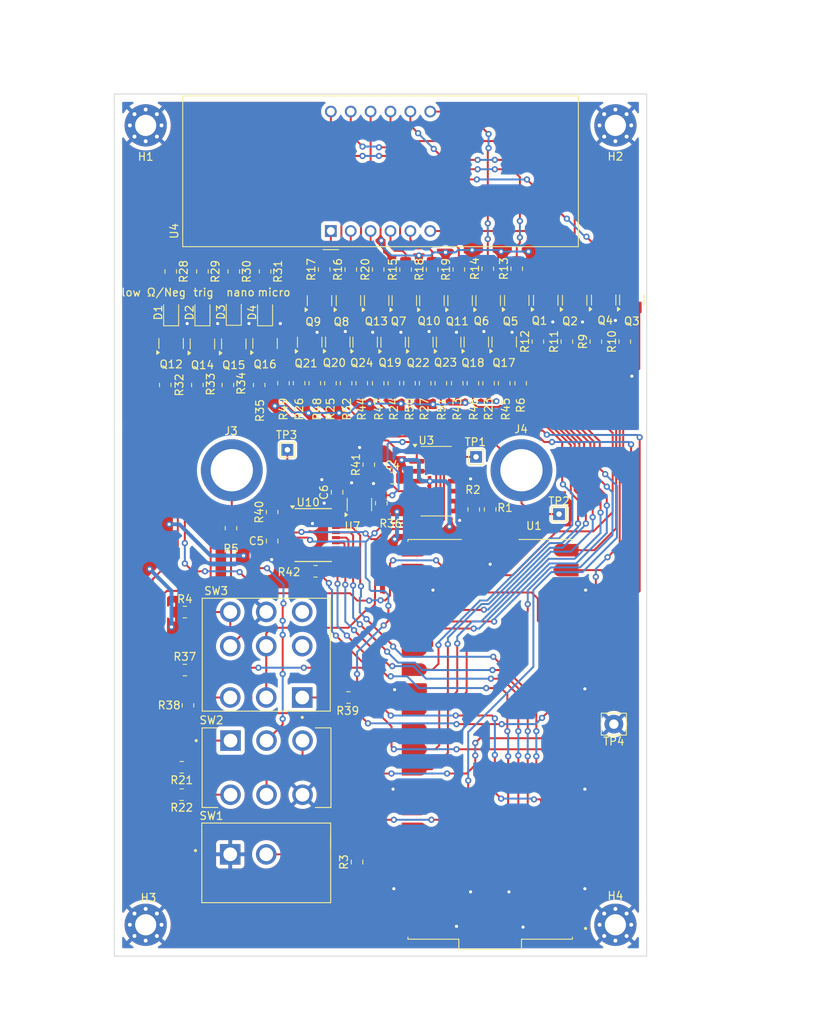
<source format=kicad_pcb>
(kicad_pcb (version 20240108) (generator "pcbnew") (generator_version "8.0")
  (title_block (title "Multimeter Layout"))
  (layers (0 "F.Cu" signal) (31 "B.Cu" signal) (34 "B.Paste" user) (35 "F.Paste" user) (36 "B.SilkS" user "B.Silkscreen") (37 "F.SilkS" user "F.Silkscreen") (38 "B.Mask" user) (39 "F.Mask" user) (44 "Edge.Cuts" user))
  (net 0 "")
  (net 1 "+5V")
  (net 2 "GND")
  (net 3 "+3.3V")
  (net 4 "Net-(U10-REFIN+)")
  (net 5 "Net-(D1-K)")
  (net 6 "Net-(D1-A)")
  (net 7 "Net-(D2-K)")
  (net 8 "Net-(D2-A)")
  (net 9 "Net-(D3-K)")
  (net 10 "Net-(D3-A)")
  (net 11 "Net-(D4-K)")
  (net 12 "Net-(D4-A)")
  (net 13 "/Analog Front End/MODE")
  (net 14 "Net-(J4-Pin_1)")
  (net 15 "Net-(U3D-+)")
  (net 16 "Net-(R5-Pad2)")
  (net 17 "Net-(Q17-D)")
  (net 18 "Net-(Q5-D)")
  (net 19 "Net-(Q18-D)")
  (net 20 "Net-(J3-Pin_1)")
  (net 21 "Net-(Q1-G)")
  (net 22 "Net-(Q1-D)")
  (net 23 "Net-(Q2-G)")
  (net 24 "Net-(Q2-D)")
  (net 25 "Net-(Q3-G)")
  (net 26 "Net-(Q3-D)")
  (net 27 "Net-(Q4-G)")
  (net 28 "Net-(Q4-D)")
  (net 29 "Net-(Q6-D)")
  (net 30 "Net-(Q19-D)")
  (net 31 "Net-(Q7-D)")
  (net 32 "Net-(Q20-D)")
  (net 33 "Net-(Q8-D)")
  (net 34 "Net-(Q9-D)")
  (net 35 "Net-(Q21-D)")
  (net 36 "Net-(Q10-D)")
  (net 37 "Net-(Q10-G)")
  (net 38 "Net-(Q11-D)")
  (net 40 "Net-(Q11-G)")
  (net 41 "Net-(Q13-G)")
  (net 42 "Net-(Q13-D)")
  (net 43 "Net-(Q12-G)")
  (net 44 "Net-(Q17-G)")
  (net 45 "Net-(Q14-G)")
  (net 46 "Net-(Q15-G)")
  (net 47 "Net-(Q16-G)")
  (net 48 "Net-(U3C-+)")
  (net 49 "/Display/digit1")
  (net 50 "/Display/digit2")
  (net 51 "/Display/digit3")
  (net 52 "/Display/digit4")
  (net 53 "Net-(U4-a)")
  (net 54 "Net-(U4-b)")
  (net 55 "Net-(U4-c)")
  (net 56 "Net-(U4-d)")
  (net 57 "Net-(U4-e)")
  (net 58 "Net-(U4-f)")
  (net 59 "Net-(U4-g)")
  (net 60 "/Display/low_ohm")
  (net 61 "/Display/pico")
  (net 62 "/Display/nano")
  (net 63 "/Display/micro")
  (net 64 "Net-(U3A-+)")
  (net 65 "Net-(R21-Pad2)")
  (net 66 "Net-(SW2A-C)")
  (net 67 "Net-(R39-Pad1)")
  (net 68 "Net-(U3B-+)")
  (net 69 "/Analog Front End/CS")
  (net 70 "Net-(U10-CH0)")
  (net 72 "Net-(SW1-B)")
  (net 73 "/Analog Front End/SCK")
  (net 74 "/Analog Front End/SDI")
  (net 75 "/Analog Front End/SDO")
  (net 76 "/Analog Front End/MDAT")
  (net 77 "Net-(SW2B-A)")
  (net 79 "Net-(Q18-G)")
  (net 81 "Net-(Q19-G)")
  (net 92 "Net-(U3C--)")
  (net 93 "Net-(U4-DPX)")
  (net 101 "Net-(SW2A-A)")
  (net 102 "/Analog Front End/RANGE")
  (net 103 "Net-(SW2A-B)")
  (net 106 "Net-(Q20-G)")
  (net 107 "Net-(Q21-G)")
  (net 108 "Net-(Q22-G)")
  (net 109 "Net-(Q23-G)")
  (net 110 "Net-(Q24-G)")
  (net 111 "/Display/A")
  (net 112 "/Display/B")
  (net 113 "/Display/C")
  (net 114 "/Display/D")
  (net 115 "/Display/E")
  (net 116 "/Display/F")
  (net 117 "/Display/G")
  (net 118 "/Display/DP")
  (footprint "Package_TO_SOT_SMD:SOT-23" (layer "F.Cu") (at 170.5 61.2875 90)
    (property "Reference" "Q4")
    (property "Value" "2N7002")
  )
  (footprint "Resistor_SMD:R_0805_2012Metric_Pad1.20x1.40mm_HandSolder" (layer "F.Cu") (at 133.6 71.9 90)
    (property "Reference" "R48")
    (property "Value" "1k")
  )
  (footprint "Resistor_SMD:R_0805_2012Metric_Pad1.20x1.40mm_HandSolder" (layer "F.Cu") (at 142.1 87.2 90)
    (property "Reference" "R36")
    (property "Value" "1.62k")
  )
  (footprint "Package_SO:SOIC-14_3.9x8.7mm_P1.27mm" (layer "F.Cu") (at 149.1 84.4)
    (property "Reference" "U3")
    (property "Value" "OPA4388IDR")
  )
  (footprint "Resistor_SMD:R_0805_2012Metric_Pad1.20x1.40mm_HandSolder" (layer "F.Cu") (at 157.8 71.9 90)
    (property "Reference" "R45")
    (property "Value" "1k")
  )
  (footprint "Resistor_SMD:R_0805_2012Metric_Pad1.20x1.40mm_HandSolder" (layer "F.Cu") (at 145.2 57.3875 90)
    (property "Reference" "R15")
    (property "Value" "649")
  )
  (footprint "Resistor_SMD:R_0805_2012Metric_Pad1.20x1.40mm_HandSolder" (layer "F.Cu") (at 135.6 71.9 90)
    (property "Reference" "R25")
    (property "Value" "10k")
  )
  (footprint "Resistor_SMD:R_0805_2012Metric_Pad1.20x1.40mm_HandSolder" (layer "F.Cu") (at 151.8 71.9 90)
    (property "Reference" "R43")
    (property "Value" "10k")
  )
  (footprint "Resistor_SMD:R_0805_2012Metric_Pad1.20x1.40mm_HandSolder" (layer "F.Cu") (at 137.6 71.9 90)
    (property "Reference" "R52")
    (property "Value" "1k")
  )
  (footprint "LED_SMD:LED_0805_2012Metric" (layer "F.Cu") (at 123.25 62.825 90)
    (property "Reference" "D3")
    (property "Value" "LTST-C170KRKT")
  )
  (footprint "Resistor_SMD:R_0805_2012Metric_Pad1.20x1.40mm_HandSolder" (layer "F.Cu") (at 147.7 71.9 90)
    (property "Reference" "R27")
    (property "Value" "10k")
  )
  (footprint "Resistor_SMD:R_0805_2012Metric_Pad1.20x1.40mm_HandSolder" (layer "F.Cu") (at 129.6 71.9 90)
    (property "Reference" "R49")
    (property "Value" "1k")
  )
  (footprint "Multimeter:KEYSTONE_575-4" (layer "F.Cu") (at 160 83)
    (property "Reference" "J4")
    (property "Value" "Black Banana Plug")
  )
  (footprint "Resistor_SMD:R_0805_2012Metric_Pad1.20x1.40mm_HandSolder" (layer "F.Cu") (at 137.9 112)
    (property "Reference" "R39")
    (property "Value" "10k+/-0.1%")
  )
  (footprint "Resistor_SMD:R_0805_2012Metric_Pad1.20x1.40mm_HandSolder" (layer "F.Cu") (at 134.8 57.3875 90)
    (property "Reference" "R17")
    (property "Value" "649")
  )
  (footprint "Multimeter:MODULE_SC0915" (layer "F.Cu") (at 156 117.3375 180)
    (property "Reference" "U1")
    (property "Value" "SC0915")
  )
  (footprint "Resistor_SMD:R_0805_2012Metric_Pad1.20x1.40mm_HandSolder" (layer "F.Cu") (at 153.9 88 -90)
    (property "Reference" "R2")
    (property "Value" "10k")
  )
  (footprint "Resistor_SMD:R_0805_2012Metric_Pad1.20x1.40mm_HandSolder" (layer "F.Cu") (at 116.6 124.4 180)
    (property "Reference" "R22")
    (property "Value" "10k")
  )
  (footprint "Package_SO:SSOP-20_4.4x6.5mm_P0.65mm" (layer "F.Cu") (at 133.4 91.275)
    (property "Reference" "U10")
    (property "Value" "MCP3561")
  )
  (footprint "Package_TO_SOT_SMD:SOT-23" (layer "F.Cu") (at 154.2375 66.65 90)
    (property "Reference" "Q18")
    (property "Value" "2N7002")
  )
  (footprint "Resistor_SMD:R_0805_2012Metric_Pad1.20x1.40mm_HandSolder" (layer "F.Cu") (at 117.4 113 90)
    (property "Reference" "R38")
    (property "Value" "649")
  )
  (footprint "MountingHole:MountingHole_2.7mm_Pad_Via" (layer "F.Cu") (at 172 141)
    (property "Reference" "H4")
    (property "Value" "M3")
  )
  (footprint "Package_TO_SOT_SMD:SOT-23" (layer "F.Cu") (at 140.0375 66.6625 90)
    (property "Reference" "Q24")
    (property "Value" "2N7002")
  )
  (footprint "Resistor_SMD:R_0805_2012Metric_Pad1.20x1.40mm_HandSolder" (layer "F.Cu") (at 155.8 71.9 90)
    (property "Reference" "R23")
    (property "Value" "10k")
  )
  (footprint "Capacitor_SMD:C_0805_2012Metric" (layer "F.Cu") (at 128.15 92.0375 -90)
    (property "Reference" "C5")
    (property "Value" "0.1uF")
  )
  (footprint "TestPoint:TestPoint_THTPad_1.5x1.5mm_Drill0.7mm" (layer "F.Cu") (at 154.2 81.3)
    (property "Reference" "TP1")
    (property "Value" "Pad")
  )
  (footprint "Multimeter:GF-161-0005" (layer "F.Cu") (at 127.4026 106.539)
    (property "Reference" "SW3")
    (property "Value" "GF-161-0005")
  )
  (footprint "Package_TO_SOT_SMD:SOT-23" (layer "F.Cu") (at 148.5625 61.3625 90)
    (property "Reference" "Q10")
    (property "Value" "BSS84")
  )
  (footprint "Package_TO_SOT_SMD:SOT-23" (layer "F.Cu") (at 150.7 66.6625 90)
    (property "Reference" "Q23")
    (property "Value" "2N7002")
  )
  (footprint "MountingHole:MountingHole_2.7mm_Pad_Via" (layer "F.Cu") (at 112 141)
    (property "Reference" "H3")
    (property "Value" "M3")
  )
  (footprint "Resistor_SMD:R_0805_2012Metric_Pad1.20x1.40mm_HandSolder" (layer "F.Cu") (at 156 88 90)
    (property "Reference" "R1")
    (property "Value" "10k")
  )
  (footprint "Package_TO_SOT_SMD:SOT-23" (layer "F.Cu") (at 152.1625 61.3625 90)
    (property "Reference" "Q11")
    (property "Value" "BSS84")
  )
  (footprint "Resistor_SMD:R_0805_2012Metric_Pad1.20x1.40mm_HandSolder" (layer "F.Cu") (at 140.5 82.3 90)
    (property "Reference" "R41")
    (property "Value" "10k+/-0.1%")
  )
  (footprint "Resistor_SMD:R_0805_2012Metric_Pad1.20x1.40mm_HandSolder" (layer "F.Cu") (at 162.1 66.5875 90)
    (property "Reference" "R12")
    (property "Value" "1k")
  )
  (footprint "Resistor_SMD:R_0805_2012Metric_Pad1.20x1.40mm_HandSolder" (layer "F.Cu") (at 139.6 71.9 90)
    (property "Reference" "R44")
    (property "Value" "10k")
  )
  (footprint "Resistor_SMD:R_0805_2012Metric_Pad1.20x1.40mm_HandSolder" (layer "F.Cu") (at 148.6 57.3875 90)
    (property "Reference" "R18")
    (property "Value" "649")
  )
  (footprint "Resistor_SMD:R_0805_2012Metric_Pad1.20x1.40mm_HandSolder" (layer "F.Cu") (at 133.7 95.9)
    (property "Reference" "R42")
    (property "Value" "10k")
  )
  (footprint "LED_SMD:LED_0805_2012Metric" (layer "F.Cu") (at 119.25 62.8875 90)
    (property "Reference" "D2")
    (property "Value" "LTST-C170KRKT")
  )
  (footprint "Package_TO_SOT_SMD:SOT-23" (layer "F.Cu") (at 136.5375 66.65 90)
    (property "Reference" "Q20")
    (property "Value" "2N7002")
  )
  (footprint "Resistor_SMD:R_0805_2012Metric_Pad1.20x1.40mm_HandSolder" (layer "F.Cu") (at 141.7 57.3875 90)
    (property "Reference" "R20")
    (property "Value" "649")
  )
  (footprint "Package_TO_SOT_SMD:SOT-23" (layer "F.Cu") (at 115.25 66.825 90)
    (property "Reference" "Q12")
    (property "Value" "2N7002")
  )
  (footprint "Package_TO_SOT_SMD:SOT-23" (layer "F.Cu") (at 174.1 61.2875 90)
    (property "Reference" "Q3")
    (property "Value" "2N7002")
  )
  (footprint "TestPoint:TestPoint_THTPad_1.5x1.5mm_Drill0.7mm" (layer "F.Cu") (at 164.8 88.6)
    (property "Reference" "TP2")
    (property "Value" "Pad")
  )
  (footprint "Resistor_SMD:R_0805_2012Metric_Pad1.20x1.40mm_HandSolder" (layer "F.Cu") (at 116.6 120.9 180)
    (property "Reference" "R21")
    (property "Value" "100k+/-0.1%")
  )
  (footprint "TestPoint:TestPoint_THTPad_1.5x1.5mm_Drill0.7mm" (layer "F.Cu") (at 130.1 80.4)
    (property "Reference" "TP3")
    (property "Value" "Pad")
  )
  (footprint "Resistor_SMD:R_0805_2012Metric_Pad1.20x1.40mm_HandSolder" (layer "F.Cu") (at 115.2 57.6375 -90)
    (property "Reference" "R28")
    (property "Value" "649")
  )
  (footprint "Resistor_SMD:R_0805_2012Metric_Pad1.20x1.40mm_HandSolder" (layer "F.Cu") (at 145.7 71.9 90)
    (property "Reference" "R50")
    (property "Value" "1k")
  )
  (footprint "Package_TO_SOT_SMD:SOT-23" (layer "F.Cu") (at 119.25 66.8875 90)
    (property "Reference" "Q14")
    (property "Value" "2N7002")
  )
  (footprint "MountingHole:MountingHole_2.7mm_Pad_Via" (layer "F.Cu") (at 112 39)
    (property "Reference" "H1")
    (property "Value" "M3")
  )
  (footprint "Resistor_SMD:R_0805_2012Metric_Pad1.20x1.40mm_HandSolder" (layer "F.Cu") (at 159.9 71.9 90)
    (property "Reference" "R6")
    (property "Value" "10k")
  )
  (footprint "Resistor_SMD:R_0805_2012Metric_Pad1.20x1.40mm_HandSolder" (layer "F.Cu") (at 122.5 72.125 90)
    (property "Reference" "R34")
    (property "Value" "1k")
  )
  (footprint "Package_TO_SOT_SMD:SOT-23" (layer "F.Cu") (at 141.5 61.35 90)
    (property "Reference" "Q13")
    (property "Value" "BSS84")
  )
  (footprint "Resistor_SMD:R_0805_2012Metric_Pad1.20x1.40mm_HandSolder" (layer "F.Cu") (at 123.25 57.6375 -90)
    (property "Reference" "R30")
    (property "Value" "649")
  )
  (footprint "Resistor_SMD:R_0805_2012Metric_Pad1.20x1.40mm_HandSolder" (layer "F.Cu") (at 173.2 66.5875 90)
    (property "Reference" "R10")
    (property "Value" "1k")
  )
  (footprint "Package_TO_SOT_SMD:SOT-23" (layer "F.Cu") (at 123.25 66.8875 90)
    (property "Reference" "Q15")
    (property "Value" "2N7002")
  )
  (footprint "Package_TO_SOT_SMD:SOT-23" (layer "F.Cu") (at 127.25 66.825 90)
    (property "Reference" "Q16")
    (property "Value" "2N7002")
  )
  (footprint "Multimeter:SW_GF-126-0159" (layer "F.Cu") (at 127.4375 120.955)
    (property "Reference" "SW2")
    (property "Value" "GF-126-0159")
  )
  (footprint "Package_TO_SOT_SMD:SOT-23" (layer "F.Cu") (at 143.6125 66.675 90)
    (property "Reference" "Q19")
    (property "Value" "2N7002")
  )
  (footprint "Resistor_SMD:R_0805_2012Metric_Pad1.20x1.40mm_HandSolder" (layer "F.Cu") (at 127.25 57.6375 -90)
    (property "Reference" "R31")
    (property "Value" "649")
  )
  (footprint "Resistor_SMD:R_0805_2012Metric_Pad1.20x1.40mm_HandSolder" (layer "F.Cu") (at 117 101.1)
    (property "Reference" "R4")
    (property "Value" "10k")
  )
  (footprint "Resistor_SMD:R_0805_2012Metric_Pad1.20x1.40mm_HandSolder" (layer "F.Cu") (at 131.6 71.9 90)
    (property "Reference" "R26")
    (property "Value" "10k")
  )
  (footprint "Resistor_SMD:R_0805_2012Metric_Pad1.20x1.40mm_HandSolder" (layer "F.Cu") (at 119.25 57.6375 -90)
    (property "Reference" "R29")
    (property "Value" "649")
  )
  (footprint "Resistor_SMD:R_0805_2012Metric_Pad1.20x1.40mm_HandSolder" (layer "F.Cu") (at 118.6 72.125 90)
    (property "Reference" "R33")
    (property "Value" "1k")
  )
  (footprint "Resistor_SMD:R_0805_2012Metric_Pad1.20x1.40mm_HandSolder" (layer "F.Cu") (at 143.7 71.9 90)
    (property "Reference" "R24")
    (property "Value" "10k")
  )
  (footprint "Package_TO_SOT_SMD:SOT-23" (layer "F.Cu") (at 145.0375 61.3625 90)
    (property "Reference" "Q7")
    (property "Value" "BSS84")
  )
  (footprint "Resistor_SMD:R_0805_2012Metric_Pad1.20x1.40mm_HandSolder" (layer "F.Cu") (at 138.2 57.3875 90)
    (property "Reference" "R16")
    (property "Value" "649")
  )
  (footprint "Resistor_SMD:R_0805_2012Metric_Pad1.20x1.40mm_HandSolder" (layer "F.Cu") (at 122.9 90.4 -90)
    (property "Reference" "R5")
    (property "Value" "649")
  )
  (footprint "Resistor_SMD:R_0805_2012Metric_Pad1.20x1.40mm_HandSolder" (layer "F.Cu") (at 155.7 57.2875 90)
    (property "Reference" "R14")
    (property "Value" "649")
  )
  (footprint "Resistor_SMD:R_0805_2012Metric_Pad1.20x1.40mm_HandSolder" (layer "F.Cu") (at 159.4 57.2875 90)
    (property "Reference" "R13")
    (property "Value" "649")
  )
  (footprint "Resistor_SMD:R_0805_2012Metric_Pad1.20x1.40mm_HandSolder" (layer "F.Cu") (at 165.8 66.5875 90)
    (property "Reference" "R11")
    (property "Value" "1k")
  )
  (footprint "LED_SMD:LED_0805_2012Metric" (layer "F.Cu") (at 115.25 62.8875 90)
    (property "Reference" "D1")
    (property "Value" "LTST-C170KRKT")
  )
  (footprint "Multimeter:SW_GF-123-0054" (layer "F.Cu") (at 127.4 133.1)
    (property "Reference" "SW1")
    (property "Value" "GF-123-0054")
  )
  (footprint "Resistor_SMD:R_0805_2012Metric_Pad1.20x1.40mm_HandSolder" (layer "F.Cu") (at 141.7 71.9 90)
    (property "Reference" "R47")
    (property "Value" "1k")
  )
  (footprint "Package_TO_SOT_SMD:SOT-23" (layer "F.Cu") (at 155.75 61.3625 90)
    (property "Reference" "Q6")
    (property "Value" "BSS84")
  )
  (footprint "Connector_Pin:Pin_D1.2mm_L10.2mm_W2.9mm_FlatFork" (layer "F.Cu") (at 171.8 115.4)
    (property "Reference" "TP4")
    (property "Value" "4952")
  )
  (footprint "MountingHole:MountingHole_2.7mm_Pad_Via" (layer "F.Cu") (at 172 39)
    (property "Reference" "H2")
    (property "Value" "M3")
  )
  (footprint "Resistor_SMD:R_0805_2012Metric_Pad1.20x1.40mm_HandSolder" (layer "F.Cu") (at 152 57.3875 90)
    (property "Reference" "R19")
    (property "Value" "649")
  )
  (footprint "Capacitor_SMD:C_0805_2012Metric" (layer "F.Cu") (at 143.55 84 180)
    (property "Reference" "C4")
    (property "Value" "0.1uF")
  )
  (footprint "Resistor_SMD:R_0805_2012Metric_Pad1.20x1.40mm_HandSolder" (layer "F.Cu") (at 149.7 71.9 90)
    (property "Reference" "R51")
    (property "Value" "1k")
  )
  (footprint "Package_TO_SOT_SMD:SOT-23" (layer "F.Cu") (at 166.8 61.325 90)
    (property "Reference" "Q2")
    (property "Value" "2N7002")
  )
  (footprint "Multimeter:KEYSTONE_575-4" (layer "F.Cu") (at 123 83)
    (property "Reference" "J3")
    (property "Value" "Red  Banana Plug")
  )
  (footprint "Package_TO_SOT_SMD:SOT-23" (layer "F.Cu") (at 147.15 66.6625 90)
    (property "Reference" "Q22")
    (property "Value" "2N7002")
  )
  (footprint "Package_TO_SOT_SMD:SOT-23" (layer "F.Cu") (at 163.1 61.325 90)
    (property "Reference" "Q1")
    (property "Value" "2N7002")
  )
  (footprint "Capacitor_SMD:C_0805_2012Metric" (layer "F.Cu") (at 136.45 85.8125 90)
    (property "Reference" "C6")
    (property "Value" "0.1uF")
  )
  (footprint "Resistor_SMD:R_0805_2012Metric_Pad1.20x1.40mm_HandSolder" (layer "F.Cu") (at 153.8 71.9 90)
    (property "Reference" "R46")
    (property "Value" "1k")
  )
  (footprint "LED_SMD:LED_0805_2012Metric" (layer "F.Cu") (at 127.25 62.8875 90)
    (property "Reference" "D4")
    (property "Value" "LTST-C170KRKT")
  )
  (footprint "Resistor_SMD:R_0805_2012Metric_Pad1.20x1.40mm_HandSolder" (layer "F.Cu") (at 126.5 72.125 90)
    (property "Reference" "R35")
    (property "Value" "1k")
  )
  (footprint "Package_TO_SOT_SMD:SOT-23" (layer "F.Cu") (at 137.9 61.3625 90)
    (property "Reference" "Q8")
    (property "Value" "BSS84")
  )
  (footprint "Resistor_SMD:R_0805_2012Metric_Pad1.20x1.40mm_HandSolder" (layer "F.Cu") (at 128.15 88.3375 90)
    (property "Reference" "R40")
    (property "Value" "10k+/-0.1%")
  )
  (footprint "Package_TO_SOT_SMD:SOT-23" (layer "F.Cu") (at 159.4 61.3375 90)
    (property "Reference" "Q5")
    (property "Value" "BSS84")
  )
  (footprint "Package_TO_SOT_SMD:SOT-23" (layer "F.Cu") (at 132.95 66.6625 90)
    (property "Reference" "Q21")
    (property "Value" "2N7002")
  )
  (footprint "Package_TO_SOT_SMD:SOT-23-5" (layer "F.Cu") (at 139.3 87.3825 90)
    (property "Reference" "U7")
    (property "Value" "LM4030-2.5")
  )
  (footprint "Package_TO_SOT_SMD:SOT-23" (layer "F.Cu") (at 134.2 61.3625 90)
    (property "Reference" "Q9")
    (property "Value" "BSS84")
  )
  (footprint "Capacitor_SMD:C_0805_2012Metric_Pad1.18x1.45mm_HandSolder" (layer "F.Cu") (at 139 133 90)
    (property "Reference" "R3")
    (property "Value" "10k")
  )
  (footprint "Resistor_SMD:R_0805_2012Metric_Pad1.20x1.40mm_HandSolder" (layer "F.Cu") (at 169.5 66.5875 90)
    (property "Reference" "R9")
    (property "Value" "1k")
  )
  (footprint "Resistor_SMD:R_0805_2012Metric_Pad1.20x1.40mm_HandSolder" (layer "F.Cu") (at 114.5 72.125 90)
    (property "Reference" "R32")
    (property "Value" "1k")
  )
  (footprint "Resistor_SMD:R_0805_2012Metric_Pad1.20x1.40mm_HandSolder" (layer "F.Cu") (at 117 108.5)
    (property "Reference" "R37")
    (property "Value" "511k+/-0.1%")
  )
  (footprint "Package_TO_SOT_SMD:SOT-23" (layer "F.Cu") (at 157.8 66.6375 90)
    (property "Reference" "Q17")
    (property "Value" "2N7002")
  )
  (footprint "Display_7Segment:CA56-12SURKWA" (layer "F.Cu") (at 135.65 52.4775 90)
    (property "Reference" "U4")
    (property "Value" "CC56-12SURKWA")
  )
  (gr_line (start 108 145) (end 176 145) (stroke (width 0.1)) (layer "Edge.Cuts"))
  (gr_line (start 108 35) (end 108 145) (stroke (width 0.1)) (layer "Edge.Cuts"))
  (gr_line (start 176 35) (end 176 145) (stroke (width 0.1)) (layer "Edge.Cuts"))
  (gr_line (start 108 35) (end 176 35) (stroke (width 0.1)) (layer "Edge.Cuts"))
  (gr_text "micro" (at 126.2 60.8875 0) (layer "F.SilkS") (effects (font (size 1 1)) (justify left bottom)))
  (gr_text "low Ω/Neg" (at 108.8 60.9 0) (layer "F.SilkS") (effects (font (size 1 1)) (justify left bottom)))
  (gr_text "trig" (at 118 60.9 0) (layer "F.SilkS") (effects (font (size 1 1)) (justify left bottom)))
  (gr_text "nano" (at 122.2 60.8875 0) (layer "F.SilkS") (effects (font (size 1 1)) (justify left bottom)))
  (segment (start 146.31 141.4675) (end 120.0675 141.4675) (width 0.5) (layer "F.Cu") (net 1))
  (segment (start 120.0675 141.4675) (end 110.7 132.1) (width 0.5) (layer "F.Cu") (net 1))
  (segment (start 142 53.6) (end 142.1 53.7) (width 0.25) (layer "F.Cu") (net 1))
  (segment (start 110.7 132.1) (end 110.7 76.5) (width 0.5) (layer "F.Cu") (net 1))
  (segment (start 139.5 51.7) (end 139.5 53.2) (width 0.25) (layer "F.Cu") (net 1))
  (segment (start 142 53.6) (end 142 51.9) (width 0.25) (layer "F.Cu") (net 1))
  (segment (start 137 51.6) (end 137 53.4) (width 0.25) (layer "F.Cu") (net 1))
  (via (at 140.6 74.5) (size 0.8) (drill 0.4) (layers "F.Cu" "B.Cu") (net 1))
  (via (at 144.6 74.5) (size 0.8) (drill 0.4) (layers "F.Cu" "B.Cu") (net 1))
  (via (at 150.3 55.2) (size 0.8) (drill 0.4) (layers "F.Cu" "B.Cu") (net 1))
  (via (at 142.1 53.7) (size 0.8) (drill 0.4) (layers "F.Cu" "B.Cu") (net 1))
  (via (at 160.9 55.1) (size 0.8) (drill 0.4) (layers "F.Cu" "B.Cu") (net 1))
  (via (at 128.5 74.8) (size 0.8) (drill 0.4) (layers "F.Cu" "B.Cu") (net 1))
  (via (at 157.4 55.1) (size 0.8) (drill 0.4) (layers "F.Cu" "B.Cu") (net 1))
  (via (at 136.7 75.7) (size 0.8) (drill 0.4) (layers "F.Cu" "B.Cu") (net 1))
  (via (at 132.8 75.7) (size 0.8) (drill 0.4) (layers "F.Cu" "B.Cu") (net 1))
  (via (at 152.8 74.4) (size 0.8) (drill 0.4) (layers "F.Cu" "B.Cu") (net 1))
  (via (at 156.8 74.2) (size 0.8) (drill 0.4) (layers "F.Cu" "B.Cu") (net 1))
  (via (at 148.7 74.6) (size 0.8) (drill 0.4) (layers "F.Cu" "B.Cu") (net 1))
  (via (at 146.9 55.6) (size 0.8) (drill 0.4) (layers "F.Cu" "B.Cu") (net 1))
  (via (at 153.7 54.9) (size 0.8) (drill 0.4) (layers "F.Cu" "B.Cu") (net 1))
  (segment (start 151.9 54.9) (end 153.7 54.9) (width 0.25) (layer "B.Cu") (net 1))
  (segment (start 128.5 74.8) (end 129.9 74.8) (width 0.25) (layer "B.Cu") (net 1))
  (segment (start 146.5 74.5) (end 146.6 74.6) (width 0.25) (layer "B.Cu") (net 1))
  (segment (start 140.6 74.5) (end 144.6 74.5) (width 0.25) (layer "B.Cu") (net 1))
  (segment (start 156.6 74.4) (end 156.8 74.2) (width 0.25) (layer "B.Cu") (net 1))
  (segment (start 146.9 55.6) (end 148.4 55.6) (width 0.25) (layer "B.Cu") (net 1))
  (segment (start 152.8 74.4) (end 156.6 74.4) (width 0.25) (layer "B.Cu") (net 1))
  (segment (start 142.1 53.7) (end 142.1 54.3) (width 0.25) (layer "B.Cu") (net 1))
  (segment (start 150.3 55.2) (end 151.6 55.2) (width 0.25) (layer "B.Cu") (net 1))
  (segment (start 142.1 54.3) (end 143.4 55.6) (width 0.25) (layer "B.Cu") (net 1))
  (segment (start 132.8 75.7) (end 136.7 75.7) (width 0.25) (layer "B.Cu") (net 1))
  (segment (start 151.6 55.2) (end 151.9 54.9) (width 0.25) (layer "B.Cu") (net 1))
  (segment (start 138 75.7) (end 139.2 74.5) (width 0.25) (layer "B.Cu") (net 1))
  (segment (start 136.7 75.7) (end 138 75.7) (width 0.25) (layer "B.Cu") (net 1))
  (segment (start 139.2 74.5) (end 140.6 74.5) (width 0.25) (layer "B.Cu") (net 1))
  (segment (start 148.7 74.6) (end 150.5 74.6) (width 0.25) (layer "B.Cu") (net 1))
  (segment (start 150.5 74.6) (end 150.7 74.4) (width 0.25) (layer "B.Cu") (net 1))
  (segment (start 143.4 55.6) (end 146.9 55.6) (width 0.25) (layer "B.Cu") (net 1))
  (segment (start 148.8 55.2) (end 150.3 55.2) (width 0.25) (layer "B.Cu") (net 1))
  (segment (start 153.7 54.9) (end 157.2 54.9) (width 0.25) (layer "B.Cu") (net 1))
  (segment (start 148.4 55.6) (end 148.8 55.2) (width 0.25) (layer "B.Cu") (net 1))
  (segment (start 130.7 75.6) (end 132.7 75.6) (width 0.25) (layer "B.Cu") (net 1))
  (segment (start 146.6 74.6) (end 148.7 74.6) (width 0.25) (layer "B.Cu") (net 1))
  (segment (start 150.7 74.4) (end 152.8 74.4) (width 0.25) (layer "B.Cu") (net 1))
  (segment (start 157.2 54.9) (end 157.4 55.1) (width 0.25) (layer "B.Cu") (net 1))
  (segment (start 129.9 74.8) (end 130.7 75.6) (width 0.25) (layer "B.Cu") (net 1))
  (segment (start 132.7 75.6) (end 132.8 75.7) (width 0.25) (layer "B.Cu") (net 1))
  (segment (start 144.6 74.5) (end 146.5 74.5) (width 0.25) (layer "B.Cu") (net 1))
  (segment (start 157.4 55.1) (end 160.9 55.1) (width 0.25) (layer "B.Cu") (net 1))
  (segment (start 155.1875 67.5875) (end 155.1875 65.3125) (width 0.25) (layer "F.Cu") (net 2))
  (segment (start 171.45 63.3375) (end 172 63.8875) (width 0.25) (layer "F.Cu") (net 2))
  (segment (start 133.9 67.6) (end 133.9 65.4) (width 0.25) (layer "F.Cu") (net 2))
  (segment (start 148.1 65.4) (end 148.2 65.3) (width 0.25) (layer "F.Cu") (net 2))
  (segment (start 165.69 110.9875) (end 168.0125 110.9875) (width 0.5) (layer "F.Cu") (net 2))
  (segment (start 175.05 70.05) (end 174.1 71) (width 0.25) (layer "F.Cu") (net 2))
  (segment (start 141.8 84) (end 141.1 84.7) (width 0.25) (layer "F.Cu") (net 2))
  (segment (start 120.2 67.825) (end 120.2 65.2875) (width 0.25) (layer "F.Cu") (net 2))
  (segment (start 143.6125 123.6875) (end 143.6 123.7) (width 0.5) (layer "F.Cu") (net 2))
  (segment (start 128.2 67.7625) (end 128.2 65.2875) (width 0.25) (layer "F.Cu") (net 2))
  (segment (start 143.8125 110.9875) (end 143.8 111) (width 0.5) (layer "F.Cu") (net 2))
  (segment (start 124.2 65.2875) (end 125.2 64.2875) (width 0.25) (layer "F.Cu") (net 2))
  (segment (start 128.15 94.35) (end 128.1 94.4) (width 0.25) (layer "F.Cu") (net 2))
  (segment (start 144.5625 65.4375) (end 144.6 65.4) (width 0.25) (layer "F.Cu") (net 2))
  (segment (start 171.45 62.225) (end 171.45 63.3375) (width 0.25) (layer "F.Cu") (net 2))
  (segment (start 158.425 136.825) (end 158.4 136.8) (width 0.25) (layer "F.Cu") (net 2))
  (segment (start 168.0875 123.6875) (end 168.1 123.7) (width 0.5) (layer "F.Cu") (net 2))
  (segment (start 151.575 84.4) (end 153.2 84.4) (width 0.25) (layer "F.Cu") (net 2))
  (segment (start 153.275 141.3375) (end 151.8375 141.3375) (width 0.25) (layer "F.Cu") (net 2))
  (segment (start 168.1875 98.2875) (end 168.2 98.3) (width 0.25) (layer "F.Cu") (net 2))
  (segment (start 130.5 89) (end 130.5 89.65) (width 0.25) (layer "F.Cu") (net 2))
  (segment (start 165.69 123.6875) (end 168.0875 123.6875) (width 0.5) (layer "F.Cu") (net 2))
  (segment (start 144.5625 67.6125) (end 144.5625 65.4375) (width 0.25) (layer "F.Cu") (net 2))
  (segment (start 128.15 92.9875) (end 128.15 94.35) (width 0.25) (layer "F.Cu") (net 2))
  (segment (start 167.75 62.2625) (end 167.75 64.0375) (width 0.25) (layer "F.Cu") (net 2))
  (segment (start 153.2 84.4) (end 153.5 84.1) (width 0.25) (layer "F.Cu") (net 2))
  (segment (start 151.65 65.45) (end 151.7 65.4) (width 0.25) (layer "F.Cu") (net 2))
  (segment (start 158.75 67.575) (end 158.75 65.45) (width 0.25) (layer "F.Cu") (net 2))
  (segment (start 153.575 138.3075) (end 153.575 136.875) (width 0.25) (layer "F.Cu") (net 2))
  (segment (start 140.9875 65.4125) (end 141 65.4) (width 0.25) (layer "F.Cu") (net 2))
  (segment (start 135.6 89) (end 135.475 88.875) (width 0.25) (layer "F.Cu") (net 2))
  (segment (start 140.9875 67.6) (end 140.9875 65.4125) (width 0.25) (layer "F.Cu") (net 2))
  (segment (start 138.35 84.65) (end 138.3 84.6) (width 0.25) (layer "F.Cu") (net 2))
  (segment (start 146.31 110.9875) (end 143.8125 110.9875) (width 0.5) (layer "F.Cu") (net 2))
  (segment (start 164.05 64.0375) (end 164 64.0875) (width 0.25) (layer "F.Cu") (net 2))
  (segment (start 156 92.6375) (end 156 95) (width 0.25) (layer "F.Cu") (net 2))
  (segment (start 135.1625 84.8625) (end 134.5 84.2) (width 0.25) (layer "F.Cu") (net 2))
  (segment (start 143.7125 136.3875) (end 143.7 136.4) (width 0.5) (layer "F.Cu") (net 2))
  (segment (start 155.1875 65.3125) (end 155.2 65.3) (width 0.25) (layer "F.Cu") (net 2))
  (segment (start 138.3 86.195) (end 138.35 86.245) (width 0.25) (layer "F.Cu") (net 2))
  (segment (start 167.75 64.0375) (end 167.8 64.0875) (width 0.25) (layer "F.Cu") (net 2))
  (segment (start 136.3 89) (end 135.6 89) (width 0.25) (layer "F.Cu") (net 2))
  (segment (start 133.3 89.8) (end 132.5 89) (width 0.25) (layer "F.Cu") (net 2))
  (segment (start 128.2 65.2875) (end 129.2 64.2875) (width 0.25) (layer "F.Cu") (net 2))
  (segment (start 165.69 98.2875) (end 168.1875 98.2875) (width 0.25) (layer "F.Cu") (net 2))
  (segment (start 158.725 141.3375) (end 160.1625 141.3375) (width 0.25) (layer "F.Cu") (net 2))
  (segment (start 146.31 123.6875) (end 143.6125 123.6875) (width 0.5) (layer "F.Cu") (net 2))
  (segment (start 142.6 84) (end 141.8 84) (width 0.25) (layer "F.Cu") (net 2))
  (segment (start 124.2 67.825) (end 124.2 65.2875) (width 0.25) (layer "F.Cu") (net 2))
  (segment (start 151.8375 141.3375) (end 151.7 141.2) (width 0.25) (layer "F.Cu") (net 2))
  (segment (start 138.35 86.245) (end 138.35 84.65) (width 0.25) (layer "F.Cu") (net 2))
  (segment (start 158.75 65.45) (end 158.8 65.4) (width 0.25) (layer "F.Cu") (net 2))
  (segment (start 140.5 81.275) (end 139.325 80.1) (width 0.25) (layer "F.Cu") (net 2))
  (segment (start 135.475 88.575) (end 134.8 87.9) (width 0.25) (layer "F.Cu") (net 2))
  (segment (start 153.575 136.875) (end 153.5 136.8) (width 0.25) (layer "F.Cu") (net 2))
  (segment (start 116.2 65.3875) (end 117.3 64.2875) (width 0.25) (layer "F.Cu") (net 2))
  (segment (start 120.2 65.2875) (end 121.2 64.2875) (width 0.25) (layer "F.Cu") (net 2))
  (segment (start 160.1625 141.3375) (end 160.2 141.3) (width 0.25) (layer "F.Cu") (net 2))
  (segment (start 148.6875 98.2875) (end 148.7 98.3) (width 0.5) (layer "F.Cu") (net 2))
  (segment (start 140.5 81.3) (end 140.5 81.275) (width 0.25) (layer "F.Cu") (net 2))
  (segment (start 132.5 89) (end 130.5 89) (width 0.25) (layer "F.Cu") (net 2))
  (segment (start 164.05 62.2625) (end 164.05 64.0375) (width 0.25) (layer "F.Cu") (net 2))
  (segment (start 168.0125 110.9875) (end 168.1 110.9) (width 0.5) (layer "F.Cu") (net 2))
  (segment (start 146.31 98.2875) (end 148.6875 98.2875) (width 0.5) (layer "F.Cu") (net 2))
  (segment (start 152.1 89.4) (end 152.5 89) (width 0.25) (layer "F.Cu") (net 2))
  (segment (start 136.45 84.8625) (end 135.1625 84.8625) (width 0.25) (layer "F.Cu") (net 2))
  (segment (start 135.475 88.875) (end 135.475 88.575) (width 0.25) (layer "F.Cu") (net 2))
  (segment (start 137.4875 65.3125) (end 137.5 65.3) (width 0.25) (layer "F.Cu") (net 2))
  (segment (start 148.1 67.6) (end 148.1 65.4) (width 0.25) (layer "F.Cu") (net 2))
  (segment (start 175.05 62.225) (end 175.05 70.05) (width 0.25) (layer "F.Cu") (net 2))
  (segment (start 146.31 136.3875) (end 143.7125 136.3875) (width 0.5) (layer "F.Cu") (net 2))
  (segment (start 151.65 67.6) (end 151.65 65.45) (width 0.25) (layer "F.Cu") (net 2))
  (segment (start 116.2 67.7625) (end 116.2 65.3875) (width 0.25) (layer "F.Cu") (net 2))
  (segment (start 158.425 138.3075) (end 158.425 136.825) (width 0.25) (layer "F.Cu") (net 2))
  (segment (start 165.69 136.3875) (end 168.0875 136.3875) (width 0.5) (layer "F.Cu") (net 2))
  (segment (start 134.8 87.9) (end 134.8 87.2) (width 0.25) (layer "F.Cu") (net 2))
  (segment (start 168.0875 136.3875) (end 168.1 136.4) (width 0.5) (layer "F.Cu") (net 2))
  (segment (start 152.5 89) (end 153.9 89) (width 0.25) (layer "F.Cu") (net 2))
  (segment (start 137.4875 67.5875) (end 137.4875 65.3125) (width 0.25) (layer "F.Cu") (net 2))
  (via (at 143.8 111) (size 0.8) (drill 0.4) (layers "F.Cu" "B.Cu") (net 2))
  (via (at 141.1 84.7) (size 0.8) (drill 0.4) (layers "F.Cu" "B.Cu") (net 2))
  (via (at 141 65.4) (size 0.8) (drill 0.4) (layers "F.Cu" "B.Cu") (net 2))
  (via (at 174.1 71) (size 0.8) (drill 0.4) (layers "F.Cu" "B.Cu") (net 2))
  (via (at 153.5 136.8) (size 0.8) (drill 0.4) (layers "F.Cu" "B.Cu") (net 2))
  (via (at 151.7 141.2) (size 0.8) (drill 0.4) (layers "F.Cu" "B.Cu") (net 2))
  (via (at 125.2 64.2875) (size 0.8) (drill 0.4) (layers "F.Cu" "B.Cu") (net 2))
  (via (at 148.7 98.3) (size 0.8) (drill 0.4) (layers "F.Cu" "B.Cu") (net 2))
  (via (at 137.5 65.3) (size 0.8) (drill 0.4) (layers "F.Cu" "B.Cu") (net 2))
  (via (at 168.1 123.7) (size 0.8) (drill 0.4) (layers "F.Cu" "B.Cu") (net 2))
  (via (at 117.3 64.2875) (size 0.8) (drill 0.4) (layers "F.Cu" "B.Cu") (net 2))
  (via (at 158.8 65.4) (size 0.8) (drill 0.4) (layers "F.Cu" "B.Cu") (net 2))
  (via (at 172 63.8875) (size 0.8) (drill 0.4) (layers "F.Cu" "B.Cu") (net 2))
  (via (at 133.3 89.8) (size 0.8) (drill 0.4) (layers "F.Cu" "B.Cu") (net 2))
  (via (at 148.2 65.3) (size 0.8) (drill 0.4) (layers "F.Cu" "B.Cu") (net 2))
  (via (at 156 95) (size 0.8) (drill 0.4) (layers "F.Cu" "B.Cu") (net 2))
  (via (at 168.2 98.3) (size 0.8) (drill 0.4) (layers "F.Cu" "B.Cu") (net 2))
  (via (at 134.8 87.2) (size 0.8) (drill 0.4) (layers "F.Cu" "B.Cu") (net 2))
  (via (at 134.5 84.2) (size 0.8) (drill 0.4) (layers "F.Cu" "B.Cu") (net 2))
  (via (at 152.1 89.4) (size 0.8) (drill 0.4) (layers "F.Cu" "B.Cu") (net 2))
  (via (at 158.4 136.8) (size 0.8) (drill 0.4) (layers "F.Cu" "B.Cu") (net 2))
  (via (at 138.3 84.6) (size 0.8) (drill 0.4) (layers "F.Cu" "B.Cu") (net 2))
  (via (at 167.8 64.0875) (size 0.8) (drill 0.4) (layers "F.Cu" "B.Cu") (net 2))
  (via (at 128.1 94.4) (size 0.8) (drill 0.4) (layers "F.Cu" "B.Cu") (net 2))
  (via (at 143.7 136.4) (size 0.8) (drill 0.4) (layers "F.Cu" "B.Cu") (net 2))
  (via (at 168.1 136.4) (size 0.8) (drill 0.4) (layers "F.Cu" "B.Cu") (net 2))
  (via (at 164 64.0875) (size 0.8) (drill 0.4) (layers "F.Cu" "B.Cu") (net 2))
  (via (at 139.325 80.1) (size 0.8) (drill 0.4) (layers "F.Cu" "B.Cu") (net 2))
  (via (at 144.6 65.4) (size 0.8) (drill 0.4) (layers "F.Cu" "B.Cu") (net 2))
  (via (at 168.1 110.9) (size 0.8) (drill 0.4) (layers "F.Cu" "B.Cu") (net 2))
  (via (at 155.2 65.3) (size 0.8) (drill 0.4) (layers "F.Cu" "B.Cu") (net 2))
  (via (at 160.2 141.3) (size 0.8) (drill 0.4) (layers "F.Cu" "B.Cu") (net 2))
  (via (at 121.2 64.2875) (size 0.8) (drill 0.4) (layers "F.Cu" "B.Cu") (net 2))
  (via (at 133.9 65.4) (size 0.8) (drill 0.4) (layers "F.Cu" "B.Cu") (net 2))
  (via (at 153.5 84.1) (size 0.8) (drill 0.4) (layers "F.Cu" "B.Cu") (net 2))
  (via (at 143.6 123.7) (size 0.8) (drill 0.4) (layers "F.Cu" "B.Cu") (net 2))
  (via (at 129.2 64.2875) (size 0.8) (drill 0.4) (layers "F.Cu" "B.Cu") (net 2))
  (via (at 151.7 65.4) (size 0.8) (drill 0.4) (layers "F.Cu" "B.Cu") (net 2))
  (segment (start 136.45 86.7625) (end 136.9875 87.3) (width 0.25) (layer "F.Cu") (net 3))
  (segment (start 131.25 88.35) (end 131.9 87.7) (width 0.25) (layer "F.Cu") (net 3))
  (segment (start 133.5 82.8) (end 137.9 82.8) (width 0.25) (layer "F.Cu") (net 3))
  (segment (start 141.2 87.3) (end 142.1 88.2) (width 0.25) (layer "F.Cu") (net 3))
  (segment (start 130.5 88.35) (end 131.25 88.35) (width 0.25) (layer "F.Cu") (net 3))
  (segment (start 139.3 87.3) (end 139.6 87.3) (width 0.25) (layer "F.Cu") (net 3))
  (segment (start 139.6 87.3) (end 141.2 87.3) (width 0.25) (layer "F.Cu") (net 3))
  (segment (start 137.9 82.8) (end 139.3 84.2) (width 0.25) (layer "F.Cu") (net 3))
  (segment (start 127.5 138.335) (end 127.5375 138.3725) (width 0.25) (layer "F.Cu") (net 3))
  (segment (start 139.3 84.2) (end 139.3 87.3) (width 0.25) (layer "F.Cu") (net 3))
  (segment (start 131.9 84.4) (end 133.5 82.8) (width 0.25) (layer "F.Cu") (net 3))
  (segment (start 131.9 87.7) (end 131.9 84.4) (width 0.25) (layer "F.Cu") (net 3))
  (segment (start 136.9875 87.3) (end 139.3 87.3) (width 0.25) (layer "F.Cu") (net 3))
  (via (at 112.5 95.6) (size 0.8) (drill 0.4) (layers "F.Cu" "B.Cu") (net 3))
  (via (at 115.3 103) (size 0.8) (drill 0.4) (layers "F.Cu" "B.Cu") (net 3))
  (via (at 150.8 90.2) (size 0.8) (drill 0.4) (layers "F.Cu" "B.Cu") (net 3))
  (via (at 143.8 91.8) (size 0.8) (drill 0.4) (layers "F.Cu" "B.Cu") (net 3))
  (via (at 124.5 93.9) (size 0.8) (drill 0.4) (layers "F.Cu" "B.Cu") (net 3))
  (via (at 144.7 81.7) (size 0.8) (drill 0.4) (layers "F.Cu" "B.Cu") (net 3))
  (via (at 148.3 84.4) (size 0.8) (drill 0.4) (layers "F.Cu" "B.Cu") (net 3))
  (via (at 115 89.9) (size 0.8) (drill 0.4) (layers "F.Cu" "B.Cu") (net 3))
  (via (at 144.1 88.3) (size 0.8) (drill 0.4) (layers "F.Cu" "B.Cu") (net 3))
  (segment (start 112.5 95.6) (end 115.3 98.4) (width 0.5) (layer "B.Cu") (net 3))
  (segment (start 146.7 81.7) (end 144.7 81.7) (width 0.5) (layer "B.Cu") (net 3))
  (segment (start 148.3 84.4) (end 150.3 84.4) (width 0.5) (layer "B.Cu") (net 3))
  (segment (start 147.3 84.4) (end 146.9 84) (width 0.5) (layer "B.Cu") (net 3))
  (segment (start 144.1 88.3) (end 144.1 91.5) (width 0.5) (layer "B.Cu") (net 3))
  (segment (start 115 89.9) (end 116.3 89.9) (width 0.5) (layer "B.Cu") (net 3))
  (segment (start 116.3 89.9) (end 120.3 93.9) (width 0.5) (layer "B.Cu") (net 3))
  (segment (start 150.8 84.9) (end 150.8 90.2) (width 0.5) (layer "B.Cu") (net 3))
  (segment (start 120.3 93.9) (end 124.5 93.9) (width 0.5) (layer "B.Cu") (net 3))
  (segment (start 150.3 84.4) (end 150.8 84.9) (width 0.5) (layer "B.Cu") (net 3))
  (segment (start 144.1 91.5) (end 143.8 91.8) (width 0.5) (layer "B.Cu") (net 3))
  (segment (start 146.9 81.9) (end 146.7 81.7) (width 0.5) (layer "B.Cu") (net 3))
  (segment (start 148.3 84.4) (end 147.3 84.4) (width 0.5) (layer "B.Cu") (net 3))
  (segment (start 115.3 98.4) (end 115.3 103) (width 0.5) (layer "B.Cu") (net 3))
  (segment (start 146.9 84) (end 146.9 81.9) (width 0.5) (layer "B.Cu") (net 3))
  (segment (start 130.65 90.3375) (end 128.15 90.3375) (width 0.25) (layer "F.Cu") (net 4))
  (segment (start 128.15 90.3375) (end 128.15 91.0875) (width 0.25) (layer "F.Cu") (net 4))
  (segment (start 128.15 89.3375) (end 128.15 90.3375) (width 0.25) (layer "F.Cu") (net 4))
  (segment (start 115.25 63.825) (end 115.25 65.8875) (width 0.25) (layer "F.Cu") (net 5))
  (segment (start 115.2 61.9) (end 115.25 61.95) (width 0.25) (layer "F.Cu") (net 6))
  (segment (start 115.2 58.6375) (end 115.2 61.9) (width 0.25) (layer "F.Cu") (net 6))
  (segment (start 119.25 63.825) (end 119.25 65.95) (width 0.25) (layer "F.Cu") (net 7))
  (segment (start 119.25 58.6375) (end 119.25 61.95) (width 0.25) (layer "F.Cu") (net 8))
  (segment (start 123.25 63.7625) (end 123.25 65.95) (width 0.25) (layer "F.Cu") (net 9))
  (segment (start 123.25 58.6375) (end 123.25 61.8875) (width 0.25) (layer "F.Cu") (net 10))
  (segment (start 127.25 63.825) (end 127.25 65.8875) (width 0.25) (layer "F.Cu") (net 11))
  (segment (start 127.25 58.6375) (end 127.25 61.95) (width 0.25) (layer "F.Cu") (net 12))
  (segment (start 121.2 103.2) (end 122.6 103.2) (width 0.25) (layer "F.Cu") (net 13))
  (segment (start 122.1 108.2) (end 126.4 108.2) (width 0.25) (layer "F.Cu") (net 13))
  (segment (start 139.6 108.2) (end 141.5 110.1) (width 0.25) (layer "F.Cu") (net 13))
  (segment (start 143.4 118.3) (end 143.7 118.6) (width 0.25) (layer "F.Cu") (net 13))
  (segment (start 120.4 104) (end 120.4 106.5) (width 0.25) (layer "F.Cu") (net 13))
  (segment (start 141.5 113.8) (end 143.4 115.7) (width 0.25) (layer "F.Cu") (net 13))
  (segment (start 120.4 104) (end 121.2 103.2) (width 0.25) (layer "F.Cu") (net 13))
  (segment (start 120.4 106.5) (end 122.1 108.2) (width 0.25) (layer "F.Cu") (net 13))
  (segment (start 122.7832 101.1) (end 122.8052 101.078) (width 0.25) (layer "F.Cu") (net 13))
  (segment (start 151.7 118.6075) (end 165.69 118.6075) (width 0.25) (layer "F.Cu") (net 13))
  (segment (start 141.5 110.1) (end 141.5 113.8) (width 0.25) (layer "F.Cu") (net 13))
  (segment (start 122.8052 101.078) (end 122.8052 102.9948) (width 0.25) (layer "F.Cu") (net 13))
  (segment (start 143.4 115.7) (end 143.4 118.3) (width 0.25) (layer "F.Cu") (net 13))
  (segment (start 118 101.1) (end 122.7832 101.1) (width 0.25) (layer "F.Cu") (net 13))
  (segment (start 132.2 108.2) (end 139.6 108.2) (width 0.25) (layer "F.Cu") (net 13))
  (segment (start 122.8052 102.9948) (end 122.6 103.2) (width 0.25) (layer "F.Cu") (net 13))
  (via (at 143.7 118.6) (size 0.8) (drill 0.4) (layers "F.Cu" "B.Cu") (net 13))
  (via (at 132.2 108.2) (size 0.8) (drill 0.4) (layers "F.Cu" "B.Cu") (net 13))
  (via (at 126.4 108.2) (size 0.8) (drill 0.4) (layers "F.Cu" "B.Cu") (net 13))
  (via (at 151.7 118.6075) (size 0.8) (drill 0.4) (layers "F.Cu" "B.Cu") (net 13))
  (segment (start 151.6925 118.6) (end 151.7 118.6075) (width 0.25) (layer "B.Cu") (net 13))
  (segment (start 143.7 118.6) (end 151.6925 118.6) (width 0.25) (layer "B.Cu") (net 13))
  (segment (start 126.4 108.2) (end 132.2 108.2) (width 0.25) (layer "B.Cu") (net 13))
  (segment (start 146.4 89.5) (end 146.625 89.275) (width 0.25) (layer "F.Cu") (net 14))
  (segment (start 160 83) (end 160 87.2) (width 0.25) (layer "F.Cu") (net 14))
  (segment (start 150.2 79.6) (end 156.6 79.6) (width 0.25) (layer "F.Cu") (net 14))
  (segment (start 142.762348 89.5) (end 146.4 89.5) (width 0.25) (layer "F.Cu") (net 14))
  (segment (start 141.231174 91.031174) (end 142.762348 89.5) (width 0.25) (layer "F.Cu") (net 14))
  (segment (start 146.625 89.275) (end 146.625 88.21) (width 0.25) (layer "F.Cu") (net 14))
  (segment (start 133 91.9) (end 132.7 91.6) (width 0.25) (layer "F.Cu") (net 14))
  (segment (start 160 87.2) (end 161.4 88.6) (width 0.25) (layer "F.Cu") (net 14))
  (segment (start 161.4 88.6) (end 164.8 88.6) (width 0.25) (layer "F.Cu") (net 14))
  (segment (start 132.7 91.6) (end 130.5 91.6) (width 0.25) (layer "F.Cu") (net 14))
  (segment (start 156.6 79.6) (end 160 83) (width 0.25) (layer "F.Cu") (net 14))
  (segment (start 149.1 86.6) (end 149.1 80.7) (width 0.25) (layer "F.Cu") (net 14))
  (segment (start 146.625 86.94) (end 148.76 86.94) (width 0.25) (layer "F.Cu") (net 14))
  (segment (start 139 111.9) (end 138.9 112) (width 0.25) (layer "F.Cu") (net 14))
  (segment (start 139 109) (end 139 111.9) (width 0.25) (layer "F.Cu") (net 14))
  (segment (start 143 100.3) (end 143 102.2) (width 0.25) (layer "F.Cu") (net 14))
  (segment (start 143 102.2) (end 142.4 102.8) (width 0.25) (layer "F.Cu") (net 14))
  (segment (start 148.76 86.94) (end 149.1 86.6) (width 0.25) (layer "F.Cu") (net 14))
  (segment (start 146.625 86.94) (end 146.625 88.21) (width 0.25) (layer "F.Cu") (net 14))
  (segment (start 149.1 80.7) (end 150.2 79.6) (width 0.25) (layer "F.Cu") (net 14))
  (via (at 142.4 102.8) (size 0.8) (drill 0.4) (layers "F.Cu" "B.Cu") (net 14))
  (via (at 143 100.3) (size 0.8) (drill 0.4) (layers "F.Cu" "B.Cu") (net 14))
  (via (at 141.231174 91.031174) (size 0.8) (drill 0.4) (layers "F.Cu" "B.Cu") (net 14))
  (via (at 139 109) (size 0.8) (drill 0.4) (layers "F.Cu" "B.Cu") (net 14))
  (via (at 133 91.9) (size 0.8) (drill 0.4) (layers "F.Cu" "B.Cu") (net 14))
  (segment (start 142.5 98.4) (end 143 98.9) (width 0.25) (layer "B.Cu") (net 14))
  (segment (start 142.4 102.8) (end 139 106.2) (width 0.25) (layer "B.Cu") (net 14))
  (segment (start 141.231174 91.031174) (end 140.162348 92.1) (width 0.25) (layer "B.Cu") (net 14))
  (segment (start 140.8 98.4) (end 142.5 98.4) (width 0.25) (layer "B.Cu") (net 14))
  (segment (start 140.1 96.7) (end 140.6 97.2) (width 0.25) (layer "B.Cu") (net 14))
  (segment (start 133.2 92.1) (end 140.1 92.1) (width 0.25) (layer "B.Cu") (net 14))
  (segment (start 133 91.9) (end 133.2 92.1) (width 0.25) (layer "B.Cu") (net 14))
  (segment (start 140.6 98.2) (end 140.8 98.4) (width 0.25) (layer "B.Cu") (net 14))
  (segment (start 139 106.2) (end 139 109) (width 0.25) (layer "B.Cu") (net 14))
  (segment (start 143 98.9) (end 143 100.3) (width 0.25) (layer "B.Cu") (net 14))
  (segment (start 140.6 97.2) (end 140.6 98.2) (width 0.25) (layer "B.Cu") (net 14))
  (segment (start 140.162348 92.1) (end 140.1 92.1) (width 0.25) (layer "B.Cu") (net 14))
  (segment (start 140.1 92.1) (end 140.1 96.7) (width 0.25) (layer "B.Cu") (net 14))
  (segment (start 140.1 100.9) (end 140.5 100.9) (width 0.25) (layer "F.Cu") (net 15))
  (segment (start 141.3 99.274695) (end 141.3 92.7) (width 0.25) (layer "F.Cu") (net 15))
  (segment (start 127.4026 105.4468) (end 127.4026 103.7974) (width 0.25) (layer "F.Cu") (net 15))
  (segment (start 141.275 100.125) (end 141.275 99.299695) (width 0.25) (layer "F.Cu") (net 15))
  (segment (start 118.9 108.5) (end 119.6 109.2) (width 0.25) (layer "F.Cu") (net 15))
  (segment (start 119.6 109.2) (end 127.4026 109.2) (width 0.25) (layer "F.Cu") (net 15))
  (segment (start 143.5 90.5) (end 148.9 90.5) (width 0.25) (layer "F.Cu") (net 15))
  (segment (start 150.1 83.3) (end 150.27 83.13) (width 0.25) (layer "F.Cu") (net 15))
  (segment (start 127.4026 103.7974) (end 128.1 103.1) (width 0.25) (layer "F.Cu") (net 15))
  (segment (start 140.5 100.9) (end 141.275 100.125) (width 0.25) (layer "F.Cu") (net 15))
  (segment (start 127.4026 105.4468) (end 127.4026 109.7) (width 0.25) (layer "F.Cu") (net 15))
  (segment (start 141.275 99.299695) (end 141.3 99.274695) (width 0.25) (layer "F.Cu") (net 15))
  (segment (start 127.4026 109.2) (end 127.4026 109.7) (width 0.25) (layer "F.Cu") (net 15))
  (segment (start 150.27 83.13) (end 151.575 83.13) (width 0.25) (layer "F.Cu") (net 15))
  (segment (start 141.3 92.7) (end 143.5 90.5) (width 0.25) (layer "F.Cu") (net 15))
  (segment (start 148.9 90.5) (end 150.1 89.3) (width 0.25) (layer "F.Cu") (net 15))
  (segment (start 127.4026 109.7) (end 127.4026 112) (width 0.25) (layer "F.Cu") (net 15))
  (segment (start 128.1 103.1) (end 137.9 103.1) (width 0.25) (layer "F.Cu") (net 15))
  (segment (start 118 108.5) (end 118.9 108.5) (width 0.25) (layer "F.Cu") (net 15))
  (segment (start 150.1 89.3) (end 150.1 83.3) (width 0.25) (layer "F.Cu") (net 15))
  (segment (start 137.9 103.1) (end 140.1 100.9) (width 0.25) (layer "F.Cu") (net 15))
  (segment (start 124.9 103.352) (end 122.8052 105.4468) (width 0.25) (layer "F.Cu") (net 16))
  (segment (start 122.9 91.4) (end 122.9 97) (width 0.25) (layer "F.Cu") (net 16))
  (segment (start 122.9 97) (end 124.9 99) (width 0.25) (layer "F.Cu") (net 16))
  (segment (start 124.9 99) (end 124.9 103.352) (width 0.25) (layer "F.Cu") (net 16))
  (segment (start 157.8 64.1) (end 157.8 65.7) (width 0.25) (layer "F.Cu") (net 17))
  (segment (start 158.45 62.275) (end 158.45 63.45) (width 0.25) (layer "F.Cu") (net 17))
  (segment (start 159.8 69.2) (end 159.9 69.3) (width 0.25) (layer "F.Cu") (net 17))
  (segment (start 157.8 68.8) (end 158.2 69.2) (width 0.25) (layer "F.Cu") (net 17))
  (segment (start 158.45 63.45) (end 157.8 64.1) (width 0.25) (layer "F.Cu") (net 17))
  (segment (start 159.9 69.3) (end 159.9 70.9) (width 0.25) (layer "F.Cu") (net 17))
  (segment (start 158.2 69.2) (end 159.8 69.2) (width 0.25) (layer "F.Cu") (net 17))
  (segment (start 157.8 65.7) (end 157.8 68.8) (width 0.25) (layer "F.Cu") (net 17))
  (segment (start 159.4 58.2875) (end 159.4 60.4) (width 0.25) (layer "F.Cu") (net 18))
  (segment (start 154.2375 69.0375) (end 154.5 69.3) (width 0.25) (layer "F.Cu") (net 19))
  (segment (start 154.2375 64.2625) (end 154.2375 65.7125) (width 0.25) (layer "F.Cu") (net 19))
  (segment (start 154.8 63.5) (end 154.3 64) (width 0.25) (layer "F.Cu") (net 19))
  (segment (start 154.3 64.2) (end 154.2375 64.2625) (width 0.25) (layer "F.Cu") (net 19))
  (segment (start 155.8 69.8) (end 155.8 70.9) (width 0.25) (layer "F.Cu") (net 19))
  (segment (start 154.5 69.3) (end 155.3 69.3) (width 0.25) (layer "F.Cu") (net 19))
  (segment (start 154.8 62.3) (end 154.8 63.5) (width 0.25) (layer "F.Cu") (net 19))
  (segment (start 154.3 64) (end 154.3 64.2) (width 0.25) (layer "F.Cu") (net 19))
  (segment (start 154.2375 65.7125) (end 154.2375 69.0375) (width 0.25) (layer "F.Cu") (net 19))
  (segment (start 155.3 69.3) (end 155.8 69.8) (width 0.25) (layer "F.Cu") (net 19))
  (segment (start 123 89.3) (end 122.9 89.4) (width 0.25) (layer "F.Cu") (net 20))
  (segment (start 114.1 108.2) (end 114.1 99) (width 0.25) (layer "F.Cu") (net 20))
  (segment (start 120.3 97.6) (end 120.3 90.4) (width 0.25) (layer "F.Cu") (net 20))
  (segment (start 116 108.5) (end 114.4 108.5) (width 0.25) (layer "F.Cu") (net 20))
  (segment (start 114.4 108.5) (end 114.1 108.2) (width 0.25) (layer "F.Cu") (net 20))
  (segment (start 120.3 90.4) (end 121.3 89.4) (width 0.25) (layer "F.Cu") (net 20))
  (segment (start 119.5 98.4) (end 120.3 97.6) (width 0.25) (layer "F.Cu") (net 20))
  (segment (start 121.3 89.4) (end 122.9 89.4) (width 0.25) (layer "F.Cu") (net 20))
  (segment (start 114.1 99) (end 114.7 98.4) (width 0.25) (layer "F.Cu") (net 20))
  (segment (start 123 83) (end 123 89.3) (width 0.25) (layer "F.Cu") (net 20))
  (segment (start 114.7 98.4) (end 119.5 98.4) (width 0.25) (layer "F.Cu") (net 20))
  (segment (start 162.15 65.5375) (end 162.1 65.5875) (width 0.25) (layer "F.Cu") (net 21))
  (segment (start 162.15 62.2625) (end 162.15 65.5375) (width 0.25) (layer "F.Cu") (net 21))
  (segment (start 161.1775 52.4775) (end 163.1 54.4) (width 0.25) (layer "F.Cu") (net 22))
  (segment (start 163.1 54.4) (end 163.1 60.3875) (width 0.25) (layer "F.Cu") (net 22))
  (segment (start 148.35 52.4775) (end 161.1775 52.4775) (width 0.25) (layer "F.Cu") (net 22))
  (segment (start 165.85 65.5375) (end 165.8 65.5875) (width 0.25) (layer "F.Cu") (net 23))
  (segment (start 165.85 62.2625) (end 165.85 65.5375) (width 0.25) (layer "F.Cu") (net 23))
  (segment (start 163.3 43.4) (end 166.8 46.9) (width 0.25) (layer "F.Cu") (net 24))
  (segment (start 166.8 46.9) (end 166.8 60.3875) (width 0.25) (layer "F.Cu") (net 24))
  (segment (start 145.81 37.2375) (end 145.81 39.01) (width 0.25) (layer "F.Cu") (net 24))
  (segment (start 150.2 43.4) (end 154.4 43.4) (width 0.25) (layer "F.Cu") (net 24))
  (segment (start 145.81 39.01) (end 146.8 40) (width 0.25) (layer "F.Cu") (net 24))
  (segment (start 156.6 43.4) (end 163.3 43.4) (width 0.25) (layer "F.Cu") (net 24))
  (segment (start 148.8 42) (end 150.2 43.4) (width 0.25) (layer "F.Cu") (net 24))
  (via (at 154.4 43.4) (size 0.8) (drill 0.4) (layers "F.Cu" "B.Cu") (net 24))
  (via (at 156.6 43.4) (size 0.8) (drill 0.4) (layers "F.Cu" "B.Cu") (net 24))
  (via (at 148.8 42) (size 0.8) (drill 0.4) (layers "F.Cu" "B.Cu") (net 24))
  (via (at 146.8 40) (size 0.8) (drill 0.4) (layers "F.Cu" "B.Cu") (net 24))
  (segment (start 154.4 43.4) (end 156.6 43.4) (width 0.25) (layer "B.Cu") (net 24))
  (segment (start 146.8 40) (end 148.8 42) (width 0.25) (layer "B.Cu") (net 24))
  (segment (start 173.15 65.5375) (end 173.2 65.5875) (width 0.25) (layer "F.Cu") (net 25))
  (segment (start 173.15 62.225) (end 173.15 65.5375) (width 0.25) (layer "F.Cu") (net 25))
  (segment (start 145.3 41) (end 166.5 41) (width 0.25) (layer "F.Cu") (net 26))
  (segment (start 143.27 37.2375) (end 143.27 38.97) (width 0.25) (layer "F.Cu") (net 26))
  (segment (start 166.5 41) (end 174.1 48.6) (width 0.25) (layer "F.Cu") (net 26))
  (segment (start 143.27 38.97) (end 145.3 41) (width 0.25) (layer "F.Cu") (net 26))
  (segment (start 174.1 48.6) (end 174.1 60.35) (width 0.25) (layer "F.Cu") (net 26))
  (segment (start 169.5 62.275) (end 169.55 62.225) (width 0.25) (layer "F.Cu") (net 27))
  (segment (start 169.5 65.5875) (end 169.5 62.275) (width 0.25) (layer "F.Cu") (net 27))
  (segment (start 165.7 50.9) (end 165.8 50.9) (width 0.25) (layer "F.Cu") (net 28))
  (segment (start 168.3 53.2) (end 170.5 55.4) (width 0.25) (layer "F.Cu") (net 28))
  (segment (start 148.4 45.9) (end 154.3 45.9) (width 0.25) (layer "F.Cu") (net 28))
  (segment (start 135.65 41.55) (end 137 42.9) (width 0.25) (layer "F.Cu") (net 28))
  (segment (start 160.7 45.9) (end 165.7 50.9) (width 0.25) (layer "F.Cu") (net 28))
  (segment (start 135.65 37.2375) (end 135.65 41.55) (width 0.25) (layer "F.Cu") (net 28))
  (segment (start 170.5 55.4) (end 170.5 60.35) (width 0.25) (layer "F.Cu") (net 28))
  (segment (start 137 42.9) (end 139.7 42.9) (width 0.25) (layer "F.Cu") (net 28))
  (segment (start 145.4 42.9) (end 148.4 45.9) (width 0.25) (layer "F.Cu") (net 28))
  (segment (start 141.8 42.9) (end 145.4 42.9) (width 0.25) (layer "F.Cu") (net 28))
  (via (at 160.7 45.9) (size 0.8) (drill 0.4) (layers "F.Cu" "B.Cu") (net 28))
  (via (at 139.7 42.9) (size 0.8) (drill 0.4) (layers "F.Cu" "B.Cu") (net 28))
  (via (at 168.3 53.2) (size 0.8) (drill 0.4) (layers "F.Cu" "B.Cu") (net 28))
  (via (at 165.8 50.9) (size 0.8) (drill 0.4) (layers "F.Cu" "B.Cu") (net 28))
  (via (at 141.8 42.9) (size 0.8) (drill 0.4) (layers "F.Cu" "B.Cu") (net 28))
  (via (at 154.3 45.9) (size 0.8) (drill 0.4) (layers "F.Cu" "B.Cu") (net 28))
  (segment (start 168.1 53.2) (end 168.3 53.2) (width 0.25) (layer "B.Cu") (net 28))
  (segment (start 154.3 45.9) (end 160.7 45.9) (width 0.25) (layer "B.Cu") (net 28))
  (segment (start 139.7 42.9) (end 141.8 42.9) (width 0.25) (layer "B.Cu") (net 28))
  (segment (start 165.8 50.9) (end 168.1 53.2) (width 0.25) (layer "B.Cu") (net 28))
  (segment (start 155.7 58.2875) (end 155.7 60.375) (width 0.25) (layer "F.Cu") (net 29))
  (segment (start 155.7 60.375) (end 155.75 60.425) (width 0.25) (layer "F.Cu") (net 29))
  (segment (start 143.6125 64.0875) (end 143.6125 65.7375) (width 0.25) (layer "F.Cu") (net 30))
  (segment (start 144.0875 63.6125) (end 143.6125 64.0875) (width 0.25) (layer "F.Cu") (net 30))
  (segment (start 143.6125 65.7375) (end 143.6125 70.8125) (width 0.25) (layer "F.Cu") (net 30))
  (segment (start 143.6125 70.8125) (end 143.7 70.9) (width 0.25) (layer "F.Cu") (net 30))
  (segment (start 144.0875 62.3) (end 144.0875 63.6125) (width 0.25) (layer "F.Cu") (net 30))
  (segment (start 145.0375 59.3625) (end 145.0375 60.425) (width 0.25) (layer "F.Cu") (net 31))
  (segment (start 145.2 58.3875) (end 145.2 59.2) (width 0.25) (layer "F.Cu") (net 31))
  (segment (start 145.2 59.2) (end 145.0375 59.3625) (width 0.25) (layer "F.Cu") (net 31))
  (segment (start 136.5375 65.7125) (end 136.5375 69.9625) (width 0.25) (layer "F.Cu") (net 32))
  (segment (start 136.5375 69.9625) (end 135.6 70.9) (width 0.25) (layer "F.Cu") (net 32))
  (segment (start 136.95 62.3) (end 136.95 63.75) (width 0.25) (layer "F.Cu") (net 32))
  (segment (start 136.95 63.75) (end 136.5375 64.1625) (width 0.25) (layer "F.Cu") (net 32))
  (segment (start 136.5375 64.1625) (end 136.5375 65.7125) (width 0.25) (layer "F.Cu") (net 32))
  (segment (start 138.2 58.3875) (end 138.2 59.1) (width 0.25) (layer "F.Cu") (net 33))
  (segment (start 138.2 59.1) (end 137.9 59.4) (width 0.25) (layer "F.Cu") (net 33))
  (segment (start 137.9 59.4) (end 137.9 60.425) (width 0.25) (layer "F.Cu") (net 33))
  (segment (start 134.8 58.3875) (end 134.8 58.7) (width 0.25) (layer "F.Cu") (net 34))
  (segment (start 134.8 58.7) (end 134.2 59.3) (width 0.25) (layer "F.Cu") (net 34))
  (segment (start 134.2 59.3) (end 134.2 60.425) (width 0.25) (layer "F.Cu") (net 34))
  (segment (start 132.95 69.25) (end 131.6 70.6) (width 0.25) (layer "F.Cu") (net 35))
  (segment (start 132.95 64.05) (end 132.95 65.725) (width 0.25) (layer "F.Cu") (net 35))
  (segment (start 131.6 70.6) (end 131.6 70.9) (width 0.25) (layer "F.Cu") (net 35))
  (segment (start 133.25 63.75) (end 132.95 64.05) (width 0.25) (layer "F.Cu") (net 35))
  (segment (start 133.25 62.3) (end 133.25 63.75) (width 0.25) (layer "F.Cu") (net 35))
  (segment (start 132.95 65.725) (end 132.95 69.25) (width 0.25) (layer "F.Cu") (net 35))
  (segment (start 148.6 58.3875) (end 148.6 60.3875) (width 0.25) (layer "F.Cu") (net 36))
  (segment (start 148.6 60.3875) (end 148.5625 60.425) (width 0.25) (layer "F.Cu") (net 36))
  (segment (start 147.15 65.725) (end 147.15 69.05) (width 0.25) (layer "F.Cu") (net 37))
  (segment (start 147.15 64.05) (end 147.15 65.725) (width 0.25) (layer "F.Cu") (net 37))
  (segment (start 147.6125 63.5875) (end 147.15 64.05) (width 0.25) (layer "F.Cu") (net 37))
  (segment (start 147.6125 62.3) (end 147.6125 63.5875) (width 0.25) (layer "F.Cu") (net 37))
  (segment (start 147.15 69.05) (end 147.7 69.6) (width 0.25) (layer "F.Cu") (net 37))
  (segment (start 147.7 69.6) (end 147.7 70.9) (width 0.25) (layer "F.Cu") (net 37))
  (segment (start 152.1625 59.3625) (end 152.1625 60.425) (width 0.25) (layer "F.Cu") (net 38))
  (segment (start 152 59.2) (end 152.1625 59.3625) (width 0.25) (layer "F.Cu") (net 38))
  (segment (start 152 58.3875) (end 152 59.2) (width 0.25) (layer "F.Cu") (net 38))
  (segment (start 151.2125 63.6875) (end 150.7 64.2) (width 0.25) (layer "F.Cu") (net 40))
  (segment (start 150.7 65.725) (end 150.7 69) (width 0.25) (layer "F.Cu") (net 40))
  (segment (start 150.7 64.2) (end 150.7 65.725) (width 0.25) (layer "F.Cu") (net 40))
  (segment (start 151.8 69.6) (end 151.8 70.9) (width 0.25) (layer "F.Cu") (net 40))
  (segment (start 151.2125 62.3) (end 151.2125 63.6875) (width 0.25) (layer "F.Cu") (net 40))
  (segment (start 150.9 69.2) (end 151.4 69.2) (width 0.25) (layer "F.Cu") (net 40))
  (segment (start 150.7 69) (end 150.9 69.2) (width 0.25) (layer "F.Cu") (net 40))
  (segment (start 151.4 69.2) (end 151.8 69.6) (width 0.25) (layer "F.Cu") (net 40))
  (segment (start 139.6 69.5) (end 139.6 70.9) (width 0.25) (layer "F.Cu") (net 41))
  (segment (start 140.0375 65.725) (end 140.0375 69.0625) (width 0.25) (layer "F.Cu") (net 41))
  (segment (start 140.55 63.55) (end 140.0375 64.0625) (width 0.25) (layer "F.Cu") (net 41))
  (segment (start 140.0375 69.0625) (end 139.6 69.5) (width 0.25) (layer "F.Cu") (net 41))
  (segment (start 140.55 62.2875) (end 140.55 63.55) (width 0.25) (layer "F.Cu") (net 41))
  (segment (start 140.0375 64.0625) (end 140.0375 65.725) (width 0.25) (layer "F.Cu") (net 41))
  (segment (start 141.5 59.4) (end 141.5 60.4125) (width 0.25) (layer "F.Cu") (net 42))
  (segment (start 141.7 59.2) (end 141.5 59.4) (width 0.25) (layer "F.Cu") (net 42))
  (segment (start 141.7 58.3875) (end 141.7 59.2) (width 0.25) (layer "F.Cu") (net 42))
  (segment (start 114.3 67.7625) (end 114.3 70.925) (width 0.25) (layer "F.Cu") (net 43))
  (segment (start 114.3 70.925) (end 114.5 71.125) (width 0.25) (layer "F.Cu") (net 43))
  (segment (start 157 69.6) (end 157.6 69.6) (width 0.25) (layer "F.Cu") (net 44))
  (segment (start 156.85 67.575) (end 156.85 69.45) (width 0.25) (layer "F.Cu") (net 44))
  (segment (start 157.6 69.6) (end 157.8 69.8) (width 0.25) (layer "F.Cu") (net 44))
  (segment (start 156.85 69.45) (end 157 69.6) (width 0.25) (layer "F.Cu") (net 44))
  (segment (start 157.8 69.8) (end 157.8 70.9) (width 0.25) (layer "F.Cu") (net 44))
  (segment (start 118.3 67.825) (end 118.3 70.825) (width 0.25) (layer "F.Cu") (net 45))
  (segment (start 118.3 70.825) (end 118.6 71.125) (width 0.25) (layer "F.Cu") (net 45))
  (segment (start 122.3 70.925) (end 122.5 71.125) (width 0.25) (layer "F.Cu") (net 46))
  (segment (start 122.3 67.825) (end 122.3 70.925) (width 0.25) (layer "F.Cu") (net 46))
  (segment (start 126.3 67.7625) (end 126.3 70.925) (width 0.25) (layer "F.Cu") (net 47))
  (segment (start 126.3 70.925) (end 126.5 71.125) (width 0.25) (layer "F.Cu") (net 47))
  (segment (start 153.9 87) (end 156 87) (width 0.25) (layer "F.Cu") (net 48))
  (segment (start 151.575 85.67) (end 153.67 85.67) (width 0.25) (layer "F.Cu") (net 48))
  (segment (start 153.9 85.9) (end 153.9 87) (width 0.25) (layer "F.Cu") (net 48))
  (segment (start 153.67 85.67) (end 153.9 85.9) (width 0.25) (layer "F.Cu") (net 48))
  (segment (start 171 94.1) (end 172.55 92.55) (width 0.25) (layer "F.Cu") (net 49))
  (segment (start 172.55 70.6375) (end 169.5 67.5875) (width 0.25) (layer "F.Cu") (net 49))
  (segment (start 172.55 92.55) (end 172.55 70.6375) (width 0.25) (layer "F.Cu") (net 49))
  (segment (start 169.5 96.6) (end 169.5 99.5) (width 0.25) (layer "F.Cu") (net 49))
  (segment (start 168.1725 100.8275) (end 165.69 100.8275) (width 0.25) (layer "F.Cu") (net 49))
  (segment (start 169.5 99.5) (end 168.1725 100.8275) (width 0.25) (layer "F.Cu") (net 49))
  (via (at 169.5 96.6) (size 0.8) (drill 0.4) (layers "F.Cu" "B.Cu") (net 49))
  (via (at 171 94.1) (size 0.8) (drill 0.4) (layers "F.Cu" "B.Cu") (net 49))
  (segment (start 169.5 95.6) (end 169.5 96.6) (width 0.25) (layer "B.Cu") (net 49))
  (segment (start 171 94.1) (end 169.5 95.6) (width 0.25) (layer "B.Cu") (net 49))
  (segment (start 173.2 67.5875) (end 173 67.7875) (width 0.25) (layer "F.Cu") (net 50))
  (segment (start 173 93.5) (end 170.7525 95.7475) (width 0.25) (layer "F.Cu") (net 50))
  (segment (start 173 67.7875) (end 173 93.5) (width 0.25) (layer "F.Cu") (net 50))
  (segment (start 170.7525 95.7475) (end 165.69 95.7475) (width 0.25) (layer "F.Cu") (net 50))
  (segment (start 171.1 74.6) (end 165.8 69.3) (width 0.25) (layer "F.Cu") (net 51))
  (segment (start 165.69 93.2075) (end 169.2925 93.2075) (width 0.25) (layer "F.Cu") (net 51))
  (segment (start 165.8 69.3) (end 165.8 67.5875) (width 0.25) (layer "F.Cu") (net 51))
  (segment (start 172.1 90.4) (end 172.1 88.7975) (width 0.25) (layer "F.Cu") (net 51))
  (segment (start 172.1 88.79875) (end 172.1 75.60125) (width 0.25) (layer "F.Cu") (net 51))
  (segment (start 172.1 75.60125) (end 171.1 74.60125) (width 0.25) (layer "F.Cu") (net 51))
  (segment (start 169.2925 93.2075) (end 172.1 90.4) (width 0.25) (layer "F.Cu") (net 51))
  (segment (start 150.7 95.1) (end 152 96.4) (width 0.25) (layer "F.Cu") (net 52))
  (segment (start 162.1 67.5875) (end 162.1 68.7) (width 0.25) (layer "F.Cu") (net 52))
  (segment (start 171.65 78.25125) (end 170.5 77.10125) (width 0.25) (layer "F.Cu") (net 52))
  (segment (start 150.5 93.8) (end 150.7 94) (width 0.25) (layer "F.Cu") (net 52))
  (segment (start 150.0925 93.2075) (end 150.1 93.2) (width 0.25) (layer "F.Cu") (net 52))
  (segment (start 158.9 96.4) (end 164.5 90.8) (width 0.25) (layer "F.Cu") (net 52))
  (segment (start 169.2 90.8) (end 171.65 88.35) (width 0.25) (layer "F.Cu") (net 52))
  (segment (start 146.31 93.2075) (end 150.0925 93.2075) (width 0.25) (layer "F.Cu") (net 52))
  (segment (start 164.5 90.8) (end 169.2 90.8) (width 0.25) (layer "F.Cu") (net 52))
  (segment (start 150.1 93.2) (end 150.5 93.6) (width 0.25) (layer "F.Cu") (net 52))
  (segment (start 150.7 94) (end 150.7 95.1) (width 0.25) (layer "F.Cu") (net 52))
  (segment (start 171.65 88.35) (end 171.65 78.25125) (width 0.25) (layer "F.Cu") (net 52))
  (segment (start 152 96.4) (end 158.9 96.4) (width 0.25) (layer "F.Cu") (net 52))
  (segment (start 162.1 68.7) (end 170.5 77.1) (width 0.25) (layer "F.Cu") (net 52))
  (segment (start 150.5 93.6) (end 150.5 93.8) (width 0.25) (layer "F.Cu") (net 52))
  (segment (start 159.8 53.3) (end 159.8 54) (width 0.25) (layer "F.Cu") (net 53))
  (segment (start 138.19 37.2375) (end 138.19 40.19) (width 0.25) (layer "F.Cu") (net 53))
  (segment (start 148.5 44.6) (end 154.4 44.6) (width 0.25) (layer "F.Cu") (net 53))
  (segment (start 159.8 54) (end 159.4 54.4) (width 0.25) (layer "F.Cu") (net 53))
  (segment (start 141.8 41.8) (end 145.7 41.8) (width 0.25) (layer "F.Cu") (net 53))
  (segment (start 158.8 44.6) (end 159.8 45.6) (width 0.25) (layer "F.Cu") (net 53))
  (segment (start 159.4 54.4) (end 159.4 56.2875) (width 0.25) (layer "F.Cu") (net 53))
  (segment (start 138.19 40.19) (end 139.7 41.7) (width 0.25) (layer "F.Cu") (net 53))
  (segment (start 156.6 44.6) (end 158.8 44.6) (width 0.25) (layer "F.Cu") (net 53))
  (segment (start 159.8 45.6) (end 159.8 51.2) (width 0.25) (layer "F.Cu") (net 53))
  (segment (start 145.7 41.8) (end 148.5 44.6) (width 0.25) (layer "F.Cu") (net 53))
  (via (at 141.8 41.8) (size 0.8) (drill 0.4) (layers "F.Cu" "B.Cu") (net 53))
  (via (at 159.8 51.2) (size 0.8) (drill 0.4) (layers "F.Cu" "B.Cu") (net 53))
  (via (at 139.7 41.7) (size 0.8) (drill 0.4) (layers "F.Cu" "B.Cu") (net 53))
  (via (at 154.4 44.6) (size 0.8) (drill 0.4) (layers "F.Cu" "B.Cu") (net 53))
  (via (at 159.8 53.3) (size 0.8) (drill 0.4) (layers "F.Cu" "B.Cu") (net 53))
  (via (at 156.6 44.6) (size 0.8) (drill 0.4) (layers "F.Cu" "B.Cu") (net 53))
  (segment (start 154.4 44.6) (end 156.6 44.6) (width 0.25) (layer "B.Cu") (net 53))
  (segment (start 141.7 41.7) (end 141.8 41.8) (width 0.25) (layer "B.Cu") (net 53))
  (segment (start 159.8 51.2) (end 159.8 53.3) (width 0.25) (layer "B.Cu") (net 53))
  (segment (start 139.7 41.7) (end 141.7 41.7) (width 0.25) (layer "B.Cu") (net 53))
  (segment (start 155.7 56.2875) (end 155.7 53.5) (width 0.25) (layer "F.Cu") (net 54))
  (segment (start 152.9375 37.2375) (end 148.35 37.2375) (width 0.25) (layer "F.Cu") (net 54))
  (segment (start 155.7 51.5) (end 155.7 42) (width 0.25) (layer "F.Cu") (net 54))
  (segment (start 155.7 42) (end 155.8 41.9) (width 0.25) (layer "F.Cu") (net 54))
  (segment (start 155.8 40.1) (end 152.9375 37.2375) (width 0.25) (layer "F.Cu") (net 54))
  (via (at 155.7 51.5) (size 0.8) (drill 0.4) (layers "F.Cu" "B.Cu") (net 54))
  (via (at 155.7 53.5) (size 0.8) (drill 0.4) (layers "F.Cu" "B.Cu") (net 54))
  (via (at 155.8 41.9) (size 0.8) (drill 0.4) (layers "F.Cu" "B.Cu") (net 54))
  (via (at 155.8 40.1) (size 0.8) (drill 0.4) (layers "F.Cu" "B.Cu") (net 54))
  (segment (start 155.8 41.9) (end 155.8 40.1) (width 0.25) (layer "B.Cu") (net 54))
  (segment (start 155.7 53.5) (end 155.7 51.5) (width 0.25) (layer "B.Cu") (net 54))
  (segment (start 145.2 55.4) (end 145.2 56.3875) (width 0.25) (layer "F.Cu") (net 55))
  (segment (start 143.27 54.47) (end 143.8 55) (width 0.25) (layer "F.Cu") (net 55))
  (segment (start 143.8 55) (end 144.8 55) (width 0.25) (layer "F.Cu") (net 55))
  (segment (start 144.8 55) (end 145.2 55.4) (width 0.25) (layer "F.Cu") (net 55))
  (segment (start 143.27 52.4775) (end 143.27 54.47) (width 0.25) (layer "F.Cu") (net 55))
  (segment (start 138.19 52.4775) (end 138.19 56.3775) (width 0.25) (layer "F.Cu") (net 56))
  (segment (start 138.19 56.3775) (end 138.2 56.3875) (width 0.25) (layer "F.Cu") (net 56))
  (segment (start 134.8 55.2) (end 135.65 54.35) (width 0.25) (layer "F.Cu") (net 57))
  (segment (start 134.8 56.3875) (end 134.8 55.2) (width 0.25) (layer "F.Cu") (net 57))
  (segment (start 135.65 54.35) (end 135.65 52.4775) (width 0.25) (layer "F.Cu") (net 57))
  (segment (start 144.5 53.5) (end 145.7 54.7) (width 0.25) (layer "F.Cu") (net 58))
  (segment (start 144.5 50.8) (end 144.5 53.5) (width 0.25) (layer "F.Cu") (net 58))
  (segment (start 148.6 55.1) (end 148.6 56.3875) (width 0.25) (layer "F.Cu") (net 58))
  (segment (start 145.7 54.7) (end 148.2 54.7) (width 0.25) (layer "F.Cu") (net 58))
  (segment (start 141.7 50.3) (end 144 50.3) (width 0.25) (layer "F.Cu") (net 58))
  (segment (start 144 50.3) (end 144.5 50.8) (width 0.25) (layer "F.Cu") (net 58))
  (segment (start 148.2 54.7) (end 148.6 55.1) (width 0.25) (layer "F.Cu") (net 58))
  (segment (start 140.73 37.2375) (end 140.73 49.33) (width 0.25) (layer "F.Cu") (net 58))
  (segment (start 140.73 49.33) (end 141.7 50.3) (width 0.25) (layer "F.Cu") (net 58))
  (segment (start 146.3 54.1) (end 151.4 54.1) (width 0.25) (layer "F.Cu") (net 59))
  (segment (start 152 54.7) (end 152 56.3875) (width 0.25) (layer "F.Cu") (net 59))
  (segment (start 151.4 54.1) (end 152 54.7) (width 0.25) (layer "F.Cu") (net 59))
  (segment (start 145.81 53.61) (end 146.3 54.1) (width 0.25) (layer "F.Cu") (net 59))
  (segment (start 145.81 52.4775) (end 145.81 53.61) (width 0.25) (layer "F.Cu") (net 59))
  (segment (start 116.1 93.7) (end 112.9 96.9) (width 0.25) (layer "F.Cu") (net 60))
  (segment (start 114.5 73.125) (end 114.5 74.4) (width 0.25) (layer "F.Cu") (net 60))
  (segment (start 113.8 109.8) (end 124.8 109.8) (width 0.25) (layer "F.Cu") (net 60))
  (segment (start 125.5 113.2) (end 126.3 114) (width 0.25) (layer "F.Cu") (net 60))
  (segment (start 125.5 110.5) (end 125.5 113.2) (width 0.25) (layer "F.Cu") (net 60))
  (segment (start 126.3 114) (end 139.1 114) (width 0.25) (layer "F.Cu") (net 60))
  (segment (start 163.6975 113.5275) (end 165.69 113.5275) (width 0.25) (layer "F.Cu") (net 60))
  (segment (start 112.9 96.9) (end 112.9 108.9) (width 0.25) (layer "F.Cu") (net 60))
  (segment (start 124.8 109.8) (end 125.5 110.5) (width 0.25) (layer "F.Cu") (net 60))
  (segment (start 116.1 76) (end 116.1 93.7) (width 0.25) (layer "F.Cu") (net 60))
  (segment (start 162.625 114.6) (end 163.6975 113.5275) (width 0.25) (layer "F.Cu") (net 60))
  (segment (start 139.1 114) (end 140.4 115.3) (width 0.25) (layer "F.Cu") (net 60))
  (segment (start 114.5 74.4) (end 116.1 76) (width 0.25) (layer "F.Cu") (net 60))
  (segment (start 112.9 108.9) (end 113.8 109.8) (width 0.25) (layer "F.Cu") (net 60))
  (segment (start 151.7 115.4) (end 157.475 115.4) (width 0.25) (layer "F.Cu") (net 60))
  (via (at 157.475 115.4) (size 0.8) (drill 0.4) (layers "F.Cu" "B.Cu") (net 60))
  (via (at 140.4 115.3) (size 0.8) (drill 0.4) (layers "F.Cu" "B.Cu") (net 60))
  (via (at 162.625 114.6) (size 0.8) (drill 0.4) (layers "F.Cu" "B.Cu") (net 60))
  (via (at 151.7 115.4) (size 0.8) (drill 0.4) (layers "F.Cu" "B.Cu") (net 60))
  (segment (start 162.6 114.6) (end 162.625 114.6) (width 0.25) (layer "B.Cu") (net 60))
  (segment (start 151.7 115.4) (end 151.6 115.3) (width 0.25) (layer "B.Cu") (net 60))
  (segment (start 151.6 115.3) (end 140.4 115.3) (width 0.25) (layer "B.Cu") (net 60))
  (segment (start 161.8 115.4) (end 162.6 114.6) (width 0.25) (layer "B.Cu") (net 60))
  (segment (start 157.475 115.4) (end 161.8 115.4) (width 0.25) (layer "B.Cu") (net 60))
  (segment (start 162.1 102.2) (end 163.3 103.4) (width 0.25) (layer "F.Cu") (net 61))
  (segment (start 143.6 94.5) (end 143.2 94.9) (width 0.25) (layer "F.Cu") (net 61))
  (segment (start 138.1 98.7) (end 126.7 98.7) (width 0.25) (layer "F.Cu") (net 61))
  (segment (start 163.6325 103.3675) (end 165.69 103.3675) (width 0.25) (layer "F.Cu") (net 61))
  (segment (start 139.035324 99.635324) (end 138.1 98.7) (width 0.25) (layer "F.Cu") (net 61))
  (segment (start 153.2 98.6) (end 161.3 98.6) (width 0.25) (layer "F.Cu") (net 61))
  (segment (start 117 77) (end 118.6 75.4) (width 0.25) (layer "F.Cu") (net 61))
  (segment (start 143.2 94.9) (end 143.2 99) (width 0.25) (layer "F.Cu") (net 61))
  (segment (start 126.7 98.7) (end 124 96) (width 0.25) (layer "F.Cu") (net 61))
  (segment (start 163.3 103.4) (end 163.6 103.4) (width 0.25) (layer "F.Cu") (net 61))
  (segment (start 149.1 94.5) (end 153.2 98.6) (width 0.25) (layer "F.Cu") (net 61))
  (segment (start 140.55 99.635324) (end 139.035324 99.635324) (width 0.25) (layer "F.Cu") (net 61))
  (segment (start 119.575 95.9) (end 118 95.9) (width 0.25) (layer "F.Cu") (net 61))
  (segment (start 143.2 99) (end 142.6 99.6) (width 0.25) (layer "F.Cu") (net 61))
  (segment (start 142.6 99.6) (end 142 99.6) (width 0.25) (layer "F.Cu") (net 61))
  (segment (start 163.6 103.4) (end 163.6325 103.3675) (width 0.25) (layer "F.Cu") (net 61))
  (segment (start 161.3 98.6) (end 162.1 99.4) (width 0.25) (layer "F.Cu") (net 61))
  (segment (start 118 95.9) (end 117 94.9) (width 0.25) (layer "F.Cu") (net 61))
  (segment (start 117 92.3) (end 117 77) (width 0.25) (layer "F.Cu") (net 61))
  (segment (start 118.6 75.4) (end 118.6 73.125) (width 0.25) (layer "F.Cu") (net 61))
  (segment (start 162.1 99.4) (end 162.1 102.2) (width 0.25) (layer "F.Cu") (net 61))
  (via (at 117 92.3) (size 0.8) (drill 0.4) (layers "F.Cu" "B.Cu") (net 61))
  (via (at 143.6 94.5) (size 0.8) (drill 0.4) (layers "F.Cu" "B.Cu") (net 61))
  (via (at 149.1 94.5) (size 0.8) (drill 0.4) (layers "F.Cu" "B.Cu") (net 61))
  (via (at 140.55 99.635324) (size 0.8) (drill 0.4) (layers "F.Cu" "B.Cu") (net 61))
  (via (at 124 96) (size 0.8) (drill 0.4) (layers "F.Cu" "B.Cu") (net 61))
  (via (at 117 94.9) (size 0.8) (drill 0.4) (layers "F.Cu" "B.Cu") (net 61))
  (via (at 119.575 95.9) (size 0.8) (drill 0.4) (layers "F.Cu" "B.Cu") (net 61))
  (via (at 142 99.6) (size 0.8) (drill 0.4) (layers "F.Cu" "B.Cu") (net 61))
  (segment (start 142 99.6) (end 140.585324 99.6) (width 0.25) (layer "B.Cu") (net 61))
  (segment (start 117 94.9) (end 117 92.3) (width 0.25) (layer "B.Cu") (net 61))
  (segment (start 149.1 94.5) (end 143.6 94.5) (width 0.25) (layer "B.Cu") (net 61))
  (segment (start 140.585324 99.6) (end 140.55 99.635324) (width 0.25) (layer "B.Cu") (net 61))
  (segment (start 124 96) (end 123.9 95.9) (width 0.25) (layer "B.Cu") (net 61))
  (segment (start 123.9 95.9) (end 119.575 95.9) (width 0.25) (layer "B.Cu") (net 61))
  (segment (start 158.441473 78.675) (end 144.499695 78.675) (width 0.25) (layer "F.Cu") (net 62))
  (segment (start 174 98.3) (end 170.2 102.1) (width 0.25) (layer "F.Cu") (net 62))
  (segment (start 122.5 74.9) (end 122.5 73.125) (width 0.25) (layer "F.Cu") (net 62))
  (segment (start 126.3 78.7) (end 122.5 74.9) (width 0.25) (layer "F.Cu") (net 62))
  (segment (start 170.2 102.1) (end 170.2 104.5) (width 0.25) (layer "F.Cu") (net 62))
  (segment (start 170.2 104.5) (end 168.7925 105.9075) (width 0.25) (layer "F.Cu") (net 62))
  (segment (start 161.9 78.4) (end 158.716473 78.4) (width 0.25) (layer "F.Cu") (net 62))
  (segment (start 174 79.7) (end 174 98.3) (width 0.25) (layer "F.Cu") (net 62))
  (segment (start 168.7925 105.9075) (end 165.69 105.9075) (width 0.25) (layer "F.Cu") (net 62))
  (segment (start 163.9 79.4) (end 162.9 79.4) (width 0.25) (layer "F.Cu") (net 62))
  (segment (start 158.716473 78.4) (end 158.441473 78.675) (width 0.25) (layer "F.Cu") (net 62))
  (segment (start 144.474695 78.7) (end 126.3 78.7) (width 0.25) (layer "F.Cu") (net 62))
  (segment (start 162.9 79.4) (end 161.9 78.4) (width 0.25) (layer "F.Cu") (net 62))
  (segment (start 144.499695 78.675) (end 144.474695 78.7) (width 0.25) (layer "F.Cu") (net 62))
  (via (at 174 79.7) (size 0.8) (drill 0.4) (layers "F.Cu" "B.Cu") (net 62))
  (via (at 163.9 79.4) (size 0.8) (drill 0.4) (layers "F.Cu" "B.Cu") (net 62))
  (segment (start 173.7 79.4) (end 174 79.7) (width 0.25) (layer "B.Cu") (net 62))
  (segment (start 163.9 79.4) (end 173.7 79.4) (width 0.25) (layer "B.Cu") (net 62))
  (segment (start 163.237347 78.462653) (end 162.724694 77.95) (width 0.25) (layer "F.Cu") (net 63))
  (segment (start 126.5 74.7) (end 126.5 73.125) (width 0.25) (layer "F.Cu") (net 63))
  (segment (start 158.530077 77.95) (end 158.405077 78.075) (width 0.25) (layer "F.Cu") (net 63))
  (segment (start 162.724694 77.95) (end 158.530077 77.95) (width 0.25) (layer "F.Cu") (net 63))
  (segment (start 169.0525 108.4475) (end 165.69 108.4475) (width 0.25) (layer "F.Cu") (net 63))
  (segment (start 129.875 78.075) (end 126.5 74.7) (width 0.25) (layer "F.Cu") (net 63))
  (segment (start 175.1 78.8) (end 175.1 98.4) (width 0.25) (layer "F.Cu") (net 63))
  (segment (start 175.1 98.4) (end 171 102.5) (width 0.25) (layer "F.Cu") (net 63))
  (segment (start 171 106.5) (end 169.0525 108.4475) (width 0.25) (layer "F.Cu") (net 63))
  (segment (start 158.405077 78.075) (end 129.875 78.075) (width 0.25) (layer "F.Cu") (net 63))
  (segment (start 171 102.5) (end 171 106.5) (width 0.25) (layer "F.Cu") (net 63))
  (via (at 163.237347 78.462653) (size 0.8) (drill 0.4) (layers "F.Cu" "B.Cu") (net 63))
  (via (at 175.1 78.8) (size 0.8) (drill 0.4) (layers "F.Cu" "B.Cu") (net 63))
  (segment (start 163.237347 78.462653) (end 163.274694 78.5) (width 0.25) (layer "B.Cu") (net 63))
  (segment (start 174.8 78.5) (end 175.1 78.8) (width 0.25) (layer "B.Cu") (net 63))
  (segment (start 163.274694 78.5) (end 174.8 78.5) (width 0.25) (layer "B.Cu") (net 63))
  (segment (start 148.1 79.4) (end 148.4 79.7) (width 0.25) (layer "F.Cu") (net 64))
  (segment (start 144.8 79.4) (end 148.1 79.4) (width 0.25) (layer "F.Cu") (net 64))
  (segment (start 148.07 83.13) (end 146.625 83.13) (width 0.25) (layer "F.Cu") (net 64))
  (segment (start 148.4 79.7) (end 148.4 82.8) (width 0.25) (layer "F.Cu") (net 64))
  (segment (start 143.5 86.2) (end 142.1 86.2) (width 0.25) (layer "F.Cu") (net 64))
  (segment (start 148.4 82.8) (end 148.07 83.13) (width 0.25) (layer "F.Cu") (net 64))
  (segment (start 142.055 86.245) (end 142.1 86.2) (width 0.25) (layer "F.Cu") (net 64))
  (segment (start 140.25 86.245) (end 142.055 86.245) (width 0.25) (layer "F.Cu") (net 64))
  (via (at 143.5 86.2) (size 0.8) (drill 0.4) (layers "F.Cu" "B.Cu") (net 64))
  (via (at 144.8 79.4) (size 0.8) (drill 0.4) (layers "F.Cu" "B.Cu") (net 64))
  (segment (start 144.3 83.2825) (end 142.9 81.8825) (width 0.25) (layer "B.Cu") (net 64))
  (segment (start 144.3 85.4) (end 144.3 83.2825) (width 0.25) (layer "B.Cu") (net 64))
  (segment (start 142.9 81.8825) (end 142.9 79.6825) (width 0.25) (layer "B.Cu") (net 64))
  (segment (start 143.5 86.2) (end 144.3 85.4) (width 0.25) (layer "B.Cu") (net 64))
  (segment (start 142.9 79.6825) (end 143.1825 79.4) (width 0.25) (layer "B.Cu") (net 64))
  (segment (start 143.1825 79.4) (end 144.8 79.4) (width 0.25) (layer "B.Cu") (net 64))
  (segment (start 116.3 112) (end 117.4 112) (width 0.25) (layer "F.Cu") (net 65))
  (segment (start 117.4 112) (end 122.8052 112) (width 0.25) (layer "F.Cu") (net 65))
  (segment (start 115.6 112.7) (end 116.3 112) (width 0.25) (layer "F.Cu") (net 65))
  (segment (start 115.6 120.9) (end 115.6 112.7) (width 0.25) (layer "F.Cu") (net 65))
  (segment (start 130.4 120.9) (end 132.0375 119.2625) (width 0.25) (layer "F.Cu") (net 66))
  (segment (start 132.0375 119.2625) (end 132.0375 117.5) (width 0.25) (layer "F.Cu") (net 66))
  (segment (start 117.6 120.9) (end 130.4 120.9) (width 0.25) (layer "F.Cu") (net 66))
  (segment (start 132 112) (end 136.9 112) (width 0.25) (layer "F.Cu") (net 67))
  (segment (start 143.425 84.825) (end 144.27 85.67) (width 0.25) (layer "F.Cu") (net 68))
  (segment (start 131.1 86.5) (end 131.1 84.2) (width 0.25) (layer "F.Cu") (net 68))
  (segment (start 143.425 82.825) (end 143.425 84.825) (width 0.25) (layer "F.Cu") (net 68))
  (segment (start 144.27 85.67) (end 146.625 85.67) (width 0.25) (layer "F.Cu") (net 68))
  (segment (start 141.6 82.9) (end 141.9 82.6) (width 0.25) (layer "F.Cu") (net 68))
  (segment (start 141.6 83) (end 141.6 82.9) (width 0.25) (layer "F.Cu") (net 68))
  (segment (start 140.53 83.27) (end 140.5 83.3) (width 0.25) (layer "F.Cu") (net 68))
  (segment (start 140.5 83.3) (end 141.3 83.3) (width 0.25) (layer "F.Cu") (net 68))
  (segment (start 132.95 82.35) (end 139.55 82.35) (width 0.25) (layer "F.Cu") (net 68))
  (segment (start 143.2 82.6) (end 143.425 82.825) (width 0.25) (layer "F.Cu") (net 68))
  (segment (start 141.3 83.3) (end 141.6 83) (width 0.25) (layer "F.Cu") (net 68))
  (segment (start 131.1 84.2) (end 132.95 82.35) (width 0.25) (layer "F.Cu") (net 68))
  (segment (start 128.15 87.3375) (end 130.2625 87.3375) (width 0.25) (layer "F.Cu") (net 68))
  (segment (start 139.55 82.35) (end 140.5 83.3) (width 0.25) (layer "F.Cu") (net 68))
  (segment (start 130.2625 87.3375) (end 131.1 86.5) (width 0.25) (layer "F.Cu") (net 68))
  (segment (start 141.9 82.6) (end 143.2 82.6) (width 0.25) (layer "F.Cu") (net 68))
  (segment (start 156.6 119.3325) (end 156.6 124.1) (width 0.25) (layer "F.Cu") (net 69))
  (segment (start 156.6 114.675) (end 156.225 114.3) (width 0.25) (layer "F.Cu") (net 69))
  (segment (start 134.7 95.9) (end 134.7 96.7) (width 0.25) (layer "F.Cu") (net 69))
  (segment (start 134.7 93.4) (end 135.2 92.9) (width 0.25) (layer "F.Cu") (net 69))
  (segment (start 162.5 125.6) (end 162.5 125.1) (width 0.25) (layer "F.Cu") (net 69))
  (segment (start 135.2 92.9) (end 136.3 92.9) (width 0.25) (layer "F.Cu") (net 69))
  (segment (start 165.69 126.2275) (end 163.1275 126.2275) (width 0.25) (layer "F.Cu") (net 69))
  (segment (start 156.6 124.1) (end 157.4 124.9) (width 0.25) (layer "F.Cu") (net 69))
  (segment (start 162.5 125.1) (end 162.4 125) (width 0.25) (layer "F.Cu") (net 69))
  (segment (start 142.4 113.4) (end 143.3 114.3) (width 0.25) (layer "F.Cu") (net 69))
  (segment (start 142.4 110.2) (end 142.4 113.4) (width 0.25) (layer "F.Cu") (net 69))
  (segment (start 163.1275 126.2275) (end 162.5 125.6) (width 0.25) (layer "F.Cu") (net 69))
  (segment (start 136.3 104.1) (end 142.4 110.2) (width 0.25) (layer "F.Cu") (net 69))
  (segment (start 162.4 125) (end 161.6 125) (width 0.25) (layer "F.Cu") (net 69))
  (segment (start 134.7 95.9) (end 134.7 93.4) (width 0.25) (layer "F.Cu") (net 69))
  (segment (start 156.225 114.3) (end 151.6 114.3) (width 0.25) (layer "F.Cu") (net 69))
  (segment (start 134.7 96.7) (end 135.4 97.4) (width 0.25) (layer "F.Cu") (net 69))
  (via (at 135.4 97.4) (size 0.8) (drill 0.4) (layers "F.Cu" "B.Cu") (net 69))
  (via (at 161.6 125) (size 0.8) (drill 0.4) (layers "F.Cu" "B.Cu") (net 69))
  (via (at 143.3 114.3) (size 0.8) (drill 0.4) (layers "F.Cu" "B.Cu") (net 69))
  (via (at 136.3 104.1) (size 0.8) (drill 0.4) (layers "F.Cu" "B.Cu") (net 69))
  (via (at 156.6 114.675) (size 0.8) (drill 0.4) (layers "F.Cu" "B.Cu") (net 69))
  (via (at 156.6 119.3325) (size 0.8) (drill 0.4) (layers "F.Cu" "B.Cu") (net 69))
  (via (at 151.6 114.3) (size 0.8) (drill 0.4) (layers "F.Cu" "B.Cu") (net 69))
  (via (at 157.4 124.9) (size 0.8) (drill 0.4) (layers "F.Cu" "B.Cu") (net 69))
  (segment (start 135.4 97.4) (end 135.4 97.9) (width 0.25) (layer "B.Cu") (net 69))
  (segment (start 135.8 98.3) (end 135.8 103.6) (width 0.25) (layer "B.Cu") (net 69))
  (segment (start 157.4 124.9) (end 161.5 124.9) (width 0.25) (layer "B.Cu") (net 69))
  (segment (start 143.3 114.3) (end 151.6 114.3) (width 0.25) (layer "B.Cu") (net 69))
  (segment (start 161.5 124.9) (end 161.6 125) (width 0.25) (layer "B.Cu") (net 69))
  (segment (start 156.6 119.3325) (end 156.6 114.675) (width 0.25) (layer "B.Cu") (net 69))
  (segment (start 135.8 103.6) (end 136.3 104.1) (width 0.25) (layer "B.Cu") (net 69))
  (segment (start 135.4 97.9) (end 135.8 98.3) (width 0.25) (layer "B.Cu") (net 69))
  (segment (start 151.575 80.59) (end 151.575 81.2) (width 0.25) (layer "F.Cu") (net 70))
  (segment (start 141.5 91.8) (end 143.3 90) (width 0.25) (layer "F.Cu") (net 70))
  (segment (start 151.575 81.2) (end 151.575 81.3) (width 0.25) (layer "F.Cu") (net 70))
  (segment (start 154.2 81.3) (end 151.575 81.3) (width 0.25) (layer "F.Cu") (net 70))
  (segment (start 150.44 81.86) (end 151.575 81.86) (width 0.25) (layer "F.Cu") (net 70))
  (segment (start 148.763604 90) (end 149.65 89.113604) (width 0.25) (layer "F.Cu") (net 70))
  (segment (start 131.9 90.875) (end 131.825 90.95) (width 0.25) (layer "F.Cu") (net 70))
  (segment (start 143.3 90) (end 148.763604 90) (width 0.25) (layer "F.Cu") (net 70))
  (segment (start 131.825 90.95) (end 130.5 90.95) (width 0.25) (layer "F.Cu") (net 70))
  (segment (start 149.65 82.65) (end 150.44 81.86) (width 0.25) (layer "F.Cu") (net 70))
  (segment (start 151.575 81.3) (end 151.575 81.86) (width 0.25) (layer "F.Cu") (net 70))
  (segment (start 140.817061 91.8) (end 141.5 91.8) (width 0.25) (layer "F.Cu") (net 70))
  (segment (start 140.087796 91.070735) (end 140.817061 91.8) (width 0.25) (layer "F.Cu") (net 70))
  (segment (start 149.65 89.113604) (end 149.65 82.65) (width 0.25) (layer "F.Cu") (net 70))
  (via (at 140.087796 91.070735) (size 0.8) (drill 0.4) (layers "F.Cu" "B.Cu") (net 70))
  (via (at 131.9 90.875) (size 0.8) (drill 0.4) (layers "F.Cu" "B.Cu") (net 70))
  (segment (start 140.087796 91.070735) (end 139.917061 90.9) (width 0.25) (layer "B.Cu") (net 70))
  (segment (start 139.917061 90.9) (end 131.925 90.9) (width 0.25) (layer "B.Cu") (net 70))
  (segment (start 131.925 90.9) (end 131.9 90.875) (width 0.25) (layer "B.Cu") (net 70))
  (segment (start 158.2 127.6) (end 160.4 129.8) (width 0.25) (layer "F.Cu") (net 72))
  (segment (start 160.4 136.9) (end 162.4275 138.9275) (width 0.25) (layer "F.Cu") (net 72))
  (segment (start 139 129.1) (end 140.5 127.6) (width 0.25) (layer "F.Cu") (net 72))
  (segment (start 162.4275 138.9275) (end 165.69 138.9275) (width 0.25) (layer "F.Cu") (net 72))
  (segment (start 127.4 132.01) (end 138.9525 132.01) (width 0.25) (layer "F.Cu") (net 72))
  (segment (start 148.5 127.6) (end 158.2 127.6) (width 0.25) (layer "F.Cu") (net 72))
  (segment (start 139 131.9625) (end 139 129.1) (width 0.25) (layer "F.Cu") (net 72))
  (segment (start 140.5 127.6) (end 143.7 127.6) (width 0.25) (layer "F.Cu") (net 72))
  (segment (start 138.9525 132.01) (end 139 131.9625) (width 0.25) (layer "F.Cu") (net 72))
  (segment (start 160.4 129.8) (end 160.4 136.9) (width 0.25) (layer "F.Cu") (net 72))
  (via (at 143.7 127.6) (size 0.8) (drill 0.4) (layers "F.Cu" "B.Cu") (net 72))
  (via (at 148.5 127.6) (size 0.8) (drill 0.4) (layers "F.Cu" "B.Cu") (net 72))
  (segment (start 143.7 127.6) (end 148.5 127.6) (width 0.25) (layer "B.Cu") (net 72))
  (segment (start 142.9 109.3) (end 143.3 109.3) (width 0.25) (layer "F.Cu") (net 73))
  (segment (start 155.5 110.8) (end 157.4 110.8) (width 0.25) (layer "F.Cu") (net 73))
  (segment (start 137.7 104.1) (end 142.9 109.3) (width 0.25) (layer "F.Cu") (net 73))
  (segment (start 137.25 92.25) (end 137.4 92.4) (width 0.25) (layer "F.Cu") (net 73))
  (segment (start 136.506114 96.593886) (end 137.4 95.7) (width 0.25) (layer "F.Cu") (net 73))
  (segment (start 164.2475 133.8475) (end 165.69 133.8475) (width 0.25) (layer "F.Cu") (net 73))
  (segment (start 158.2 111.6) (end 158.2 116.3) (width 0.25) (layer "F.Cu") (net 73))
  (segment (start 136.506114 96.593886) (end 136.506114 97.489568) (width 0.25) (layer "F.Cu") (net 73))
  (segment (start 161.8 130.1) (end 161.8 131.4) (width 0.25) (layer "F.Cu") (net 73))
  (segment (start 136.3 92.25) (end 137.25 92.25) (width 0.25) (layer "F.Cu") (net 73))
  (segment (start 158.3 126.6) (end 161.8 130.1) (width 0.25) (layer "F.Cu") (net 73))
  (segment (start 161.8 131.4) (end 164.2475 133.8475) (width 0.25) (layer "F.Cu") (net 73))
  (segment (start 157.4 110.8) (end 158.2 111.6) (width 0.25) (layer "F.Cu") (net 73))
  (segment (start 137.4 92.4) (end 137.4 95.7) (width 0.25) (layer "F.Cu") (net 73))
  (segment (start 158.3 119.5) (end 158.3 126.6) (width 0.25) (layer "F.Cu") (net 73))
  (via (at 158.2 116.3) (size 0.8) (drill 0.4) (layers "F.Cu" "B.Cu") (net 73))
  (via (at 155.5 110.8) (size 0.8) (drill 0.4) (layers "F.Cu" "B.Cu") (net 73))
  (via (at 143.3 109.3) (size 0.8) (drill 0.4) (layers "F.Cu" "B.Cu") (net 73))
  (via (at 158.3 119.5) (size 0.8) (drill 0.4) (layers "F.Cu" "B.Cu") (net 73))
  (via (at 136.506114 97.489568) (size 0.8) (drill 0.4) (layers "F.Cu" "B.Cu") (net 73))
  (via (at 137.7 104.1) (size 0.8) (drill 0.4) (layers "F.Cu" "B.Cu") (net 73))
  (segment (start 136.506114 97.489568) (end 136.506114 102.906114) (width 0.25) (layer "B.Cu") (net 73))
  (segment (start 136.506114 102.906114) (end 137.7 104.1) (width 0.25) (layer "B.Cu") (net 73))
  (segment (start 155.5 110.8) (end 146.9 110.8) (width 0.25) (layer "B.Cu") (net 73))
  (segment (start 158.2 116.3) (end 158.3 116.4) (width 0.25) (layer "B.Cu") (net 73))
  (segment (start 146.9 110.8) (end 145.4 109.3) (width 0.25) (layer "B.Cu") (net 73))
  (segment (start 158.3 116.4) (end 158.3 119.5) (width 0.25) (layer "B.Cu") (net 73))
  (segment (start 145.4 109.3) (end 143.3 109.3) (width 0.25) (layer "B.Cu") (net 73))
  (segment (start 137.6 91.6) (end 137.9 91.9) (width 0.25) (layer "F.Cu") (net 74))
  (segment (start 143.2 108) (end 143.5 108) (width 0.25) (layer "F.Cu") (net 74))
  (segment (start 136.3 91.6) (end 137.6 91.6) (width 0.25) (layer "F.Cu") (net 74))
  (segment (start 137.5 96.7) (end 137.5 97.6) (width 0.25) (layer "F.Cu") (net 74))
  (segment (start 164.0075 131.3075) (end 159.6 126.9) (width 0.25) (layer "F.Cu") (net 74))
  (segment (start 138.612653 103.412653) (end 143.2 108) (width 0.25) (layer "F.Cu") (net 74))
  (segment (start 159.6 126.9) (end 159.6 119.4) (width 0.25) (layer "F.Cu") (net 74))
  (segment (start 165.69 131.3075) (end 164.0075 131.3075) (width 0.25) (layer "F.Cu") (net 74))
  (segment (start 137.5 96.7) (end 137.9 96.3) (width 0.25) (layer "F.Cu") (net 74))
  (segment (start 159.6 111.7) (end 159.6 116.3) (width 0.25) (layer "F.Cu") (net 74))
  (segment (start 156.1 109.6) (end 157.5 109.6) (width 0.25) (layer "F.Cu") (net 74))
  (segment (start 157.5 109.6) (end 159.6 111.7) (width 0.25) (layer "F.Cu") (net 74))
  (segment (start 137.9 91.9) (end 137.9 96.3) (width 0.25) (layer "F.Cu") (net 74))
  (via (at 138.612653 103.412653) (size 0.8) (drill 0.4) (layers "F.Cu" "B.Cu") (net 74))
  (via (at 159.6 116.3) (size 0.8) (drill 0.4) (layers "F.Cu" "B.Cu") (net 74))
  (via (at 156.1 109.6) (size 0.8) (drill 0.4) (layers "F.Cu" "B.Cu") (net 74))
  (via (at 137.5 97.6) (size 0.8) (drill 0.4) (layers "F.Cu" "B.Cu") (net 74))
  (via (at 159.6 119.4) (size 0.8) (drill 0.4) (layers "F.Cu" "B.Cu") (net 74))
  (via (at 143.5 108) (size 0.8) (drill 0.4) (layers "F.Cu" "B.Cu") (net 74))
  (segment (start 147.8 109.6) (end 146.2 108) (width 0.25) (layer "B.Cu") (net 74))
  (segment (start 137.5 97.6) (end 137.5 102.3) (width 0.25) (layer "B.Cu") (net 74))
  (segment (start 159.6 116.3) (end 159.6 119.4) (width 0.25) (layer "B.Cu") (net 74))
  (segment (start 146.2 108) (end 143.5 108) (width 0.25) (layer "B.Cu") (net 74))
  (segment (start 156.1 109.6) (end 147.8 109.6) (width 0.25) (layer "B.Cu") (net 74))
  (segment (start 137.5 102.3) (end 138.612653 103.412653) (width 0.25) (layer "B.Cu") (net 74))
  (segment (start 156.3 108.5) (end 157.25 108.5) (width 0.25) (layer "F.Cu") (net 75))
  (segment (start 138.15 90.95) (end 138.5 91.3) (width 0.25) (layer "F.Cu") (net 75))
  (segment (start 162.8675 128.7675) (end 160.8 126.7) (width 0.25) (layer "F.Cu") (net 75))
  (segment (start 160.8 126.7) (end 160.8 119.5) (width 0.25) (layer "F.Cu") (net 75))
  (segment (start 157.25 108.5) (end 160.8 112.05) (width 0.25) (layer "F.Cu") (net 75))
  (segment (start 142.840742 106.140742) (end 142.840742 106.150793) (width 0.25) (layer "F.Cu") (net 75))
  (segment (start 160.8 112.05) (end 160.8 116.3) (width 0.25) (layer "F.Cu") (net 75))
  (segment (start 136.3 90.95) (end 138.15 90.95) (width 0.25) (layer "F.Cu") (net 75))
  (segment (start 139.362653 102.662653) (end 142.840742 106.140742) (width 0.25) (layer "F.Cu") (net 75))
  (segment (start 138.5 91.3) (end 138.5 97.7) (width 0.25) (layer "F.Cu") (net 75))
  (segment (start 165.69 128.7675) (end 162.8675 128.7675) (width 0.25) (layer "F.Cu") (net 75))
  (via (at 138.5 97.7) (size 0.8) (drill 0.4) (layers "F.Cu" "B.Cu") (net 75))
  (via (at 139.362653 102.662653) (size 0.8) (drill 0.4) (layers "F.Cu" "B.Cu") (net 75))
  (via (at 156.3 108.5) (size 0.8) (drill 0.4) (layers "F.Cu" "B.Cu") (net 75))
  (via (at 142.840742 106.150793) (size 0.8) (drill 0.4) (layers "F.Cu" "B.Cu") (net 75))
  (via (at 160.8 119.5) (size 0.8) (drill 0.4) (layers "F.Cu" "B.Cu") (net 75))
  (via (at 160.8 116.3) (size 0.8) (drill 0.4) (layers "F.Cu" "B.Cu") (net 75))
  (segment (start 138.5 97.7) (end 138.5 101.8) (width 0.25) (layer "B.Cu") (net 75))
  (segment (start 147.336396 108.5) (end 146.386396 107.55) (width 0.25) (layer "B.Cu") (net 75))
  (segment (start 160.8 116.3) (end 160.8 119.5) (width 0.25) (layer "B.Cu") (net 75))
  (segment (start 144.239949 107.55) (end 142.840742 106.150793) (width 0.25) (layer "B.Cu") (net 75))
  (segment (start 156.3 108.5) (end 147.336396 108.5) (width 0.25) (layer "B.Cu") (net 75))
  (segment (start 146.386396 107.55) (end 144.239949 107.55) (width 0.25) (layer "B.Cu") (net 75))
  (segment (start 138.5 101.8) (end 139.362653 102.662653) (width 0.25) (layer "B.Cu") (net 75))
  (segment (start 143.6 105.4) (end 143.6 105.5) (width 0.25) (layer "F.Cu") (net 76))
  (segment (start 138.4 90.3) (end 139.4 91.3) (width 0.25) (layer "F.Cu") (net 76))
  (segment (start 161.9 119.5) (end 161.9 120.7) (width 0.25) (layer "F.Cu") (net 76))
  (segment (start 156.4 106.8) (end 161.9 112.3) (width 0.25) (layer "F.Cu") (net 76))
  (segment (start 139.4 97.7) (end 139.5 97.8) (width 0.25) (layer "F.Cu") (net 76))
  (segment (start 136.3 90.3) (end 138.4 90.3) (width 0.25) (layer "F.Cu") (net 76))
  (segment (start 162.3475 121.1475) (end 165.69 121.1475) (width 0.25) (layer "F.Cu") (net 76))
  (segment (start 161.9 112.3) (end 161.9 116.3) (width 0.25) (layer "F.Cu") (net 76))
  (segment (start 139.4 91.3) (end 139.4 97.7) (width 0.25) (layer "F.Cu") (net 76))
  (segment (start 161.9 120.7) (end 162.3475 121.1475) (width 0.25) (layer "F.Cu") (net 76))
  (segment (start 140.2 102) (end 143.6 105.4) (width 0.25) (layer "F.Cu") (net 76))
  (via (at 140.2 102) (size 0.8) (drill 0.4) (layers "F.Cu" "B.Cu") (net 76))
  (via (at 143.6 105.5) (size 0.8) (drill 0.4) (layers "F.Cu" "B.Cu") (net 76))
  (via (at 161.9 119.5) (size 0.8) (drill 0.4) (layers "F.Cu" "B.Cu") (net 76))
  (via (at 156.4 106.8) (size 0.8) (drill 0.4) (layers "F.Cu" "B.Cu") (net 76))
  (via (at 139.5 97.8) (size 0.8) (drill 0.4) (layers "F.Cu" "B.Cu") (net 76))
  (via (at 161.9 116.3) (size 0.8) (drill 0.4) (layers "F.Cu" "B.Cu") (net 76))
  (segment (start 161.9 116.3) (end 161.9 119.5) (width 0.25) (layer "B.Cu") (net 76))
  (segment (start 139.35 99.299695) (end 139.35 101.15) (width 0.25) (layer "B.Cu") (net 76))
  (segment (start 139.5 99.149695) (end 139.35 99.299695) (width 0.25) (layer "B.Cu") (net 76))
  (segment (start 139.5 97.8) (end 139.5 99.149695) (width 0.25) (layer "B.Cu") (net 76))
  (segment (start 156.4 106.8) (end 144.9 106.8) (width 0.25) (layer "B.Cu") (net 76))
  (segment (start 139.35 101.15) (end 140.2 102) (width 0.25) (layer "B.Cu") (net 76))
  (segment (start 144.9 106.8) (end 143.6 105.5) (width 0.25) (layer "B.Cu") (net 76))
  (segment (start 117.6 124.4) (end 122.8275 124.4) (width 0.25) (layer "F.Cu") (net 77))
  (segment (start 122.8275 124.4) (end 122.8375 124.41) (width 0.25) (layer "F.Cu") (net 77))
  (segment (start 153.6 69.6) (end 153.6 69.8) (width 0.25) (layer "F.Cu") (net 79))
  (segment (start 153.6 69.8) (end 153.8 70) (width 0.25) (layer "F.Cu") (net 79))
  (segment (start 153.2875 69.2875) (end 153.6 69.6) (width 0.25) (layer "F.Cu") (net 79))
  (segment (start 153.2875 67.5875) (end 153.2875 69.2875) (width 0.25) (layer "F.Cu") (net 79))
  (segment (start 153.8 70) (end 153.8 70.9) (width 0.25) (layer "F.Cu") (net 79))
  (segment (start 141.7 69.8) (end 141.7 70.9) (width 0.25) (layer "F.Cu") (net 81))
  (segment (start 142.4 69.7) (end 141.8 69.7) (width 0.25) (layer "F.Cu") (net 81))
  (segment (start 141.8 69.7) (end 141.7 69.8) (width 0.25) (layer "F.Cu") (net 81))
  (segment (start 142.6625 69.4375) (end 142.4 69.7) (width 0.25) (layer "F.Cu") (net 81))
  (segment (start 142.6625 67.6125) (end 142.6625 69.4375) (width 0.25) (layer "F.Cu") (net 81))
  (segment (start 151.575 86.94) (end 151.575 88.21) (width 0.25) (layer "F.Cu") (net 92))
  (segment (start 140.73 52.4775) (end 140.73 54.13) (width 0.25) (layer "F.Cu") (net 93))
  (segment (start 141.7 55.1) (end 141.7 56.3875) (width 0.25) (layer "F.Cu") (net 93))
  (segment (start 140.73 54.13) (end 141.7 55.1) (width 0.25) (layer "F.Cu") (net 93))
  (segment (start 117.4 115.6) (end 119.3 117.5) (width 0.25) (layer "F.Cu") (net 101))
  (segment (start 119.3 117.5) (end 122.8375 117.5) (width 0.25) (layer "F.Cu") (net 101))
  (segment (start 117.4 114) (end 117.4 115.6) (width 0.25) (layer "F.Cu") (net 101))
  (segment (start 150.5 121.7) (end 153 121.7) (width 0.25) (layer "F.Cu") (net 102))
  (segment (start 127.9 121.7) (end 143.4 121.7) (width 0.25) (layer "F.Cu") (net 102))
  (segment (start 127.4375 122.1625) (end 127.9 121.7) (width 0.25) (layer "F.Cu") (net 102))
  (segment (start 154.7 117.2) (end 154.1 117.8) (width 0.25) (layer "F.Cu") (net 102))
  (segment (start 127.4375 124.41) (end 127.4375 122.1625) (width 0.25) (layer "F.Cu") (net 102))
  (segment (start 153 121.7) (end 154.1 120.6) (width 0.25) (layer "F.Cu") (net 102))
  (segment (start 165.69 116.0675) (end 163.7325 116.0675) (width 0.25) (layer "F.Cu") (net 102))
  (segment (start 163.5 116.3) (end 163.5 116.7) (width 0.25) (layer "F.Cu") (net 102))
  (segment (start 163 117.2) (end 154.7 117.2) (width 0.25) (layer "F.Cu") (net 102))
  (segment (start 163.5 116.7) (end 163 117.2) (width 0.25) (layer "F.Cu") (net 102))
  (segment (start 154.1 120.6) (end 154.1 119.4) (width 0.25) (layer "F.Cu") (net 102))
  (segment (start 163.7325 116.0675) (end 163.5 116.3) (width 0.25) (layer "F.Cu") (net 102))
  (via (at 150.5 121.7) (size 0.8) (drill 0.4) (layers "F.Cu" "B.Cu") (net 102))
  (via (at 154.1 117.8) (size 0.8) (drill 0.4) (layers "F.Cu" "B.Cu") (net 102))
  (via (at 154.1 119.4) (size 0.8) (drill 0.4) (layers "F.Cu" "B.Cu") (net 102))
  (via (at 143.4 121.7) (size 0.8) (drill 0.4) (layers "F.Cu" "B.Cu") (net 102))
  (segment (start 143.4 121.7) (end 150.5 121.7) (width 0.25) (layer "B.Cu") (net 102))
  (segment (start 154.1 119.4) (end 154.1 117.8) (width 0.25) (layer "B.Cu") (net 102))
  (segment (start 127.5 95.5) (end 126.4 95.5) (width 0.25) (layer "F.Cu") (net 103))
  (segment (start 137.8 81.9) (end 138.6 81.1) (width 0.25) (layer "F.Cu") (net 103))
  (segment (start 127.5 85.5) (end 130 85.5) (width 0.25) (layer "F.Cu") (net 103))
  (segment (start 129.5 109) (end 129.5 104) (width 0.25) (layer "F.Cu") (net 103))
  (segment (start 125.9 95) (end 125.9 87.1) (width 0.25) (layer "F.Cu") (net 103))
  (segment (start 129.5 115.4375) (end 127.4375 117.5) (width 0.25) (layer "F.Cu") (net 103))
  (segment (start 146.625 80.59) (end 146.625 81.86) (width 0.25) (layer "F.Cu") (net 103))
  (segment (start 126.4 95.5) (end 125.9 95) (width 0.25) (layer "F.Cu") (net 103))
  (segment (start 125.9 87.1) (end 127.5 85.5) (width 0.25) (layer "F.Cu") (net 103))
  (segment (start 130 85.5) (end 130.4 85.1) (width 0.25) (layer "F.Cu") (net 103))
  (segment (start 130.1 80.4) (end 130.1 81.8) (width 0.25) (layer "F.Cu") (net 103))
  (segment (start 132.763604 81.9) (end 137.8 81.9) (width 0.25) (layer "F.Cu") (net 103))
  (segment (start 144.29 80.59) (end 146.625 80.59) (width 0.25) (layer "F.Cu") (net 103))
  (segment (start 129.5 100.1) (end 129.6 100) (width 0.25) (layer "F.Cu") (net 103))
  (segment (start 130.1 81.8) (end 131.481802 83.181802) (width 0.25) (layer "F.Cu") (net 103))
  (segment (start 139.199695 79.2) (end 142.9 79.2) (width 0.25) (layer "F.Cu") (net 103))
  (segment (start 130.4 84.263604) (end 131.231802 83.431802) (width 0.25) (layer "F.Cu") (net 103))
  (segment (start 138.6 81.1) (end 138.6 79.799695) (width 0.25) (layer "F.Cu") (net 103))
  (segment (start 129.5 114.725) (end 129.5 115.4375) (width 0.25) (layer "F.Cu") (net 103))
  (segment (start 129.5 102.2) (end 129.5 100.1) (width 0.25) (layer "F.Cu") (net 103))
  (segment (start 146.65 80.73) (end 146.0475 80.73) (width 0.25) (layer "F.Cu") (net 103))
  (segment (start 142.9 79.2) (end 144.29 80.59) (width 0.25) (layer "F.Cu") (net 103))
  (segment (start 130.4 85.1) (end 130.4 84.263604) (width 0.25) (layer "F.Cu") (net 103))
  (segment (start 131.231802 83.431802) (end 132.763604 81.9) (width 0.25) (layer "F.Cu") (net 103))
  (segment (start 138.6 79.799695) (end 139.199695 79.2) (width 0.25) (layer "F.Cu") (net 103))
  (via (at 127.5 95.5) (size 0.8) (drill 0.4) (layers "F.Cu" "B.Cu") (net 103))
  (via (at 129.6 100) (size 0.8) (drill 0.4) (layers "F.Cu" "B.Cu") (net 103))
  (via (at 129.5 109) (size 0.8) (drill 0.4) (layers "F.Cu" "B.Cu") (net 103))
  (via (at 129.5 102.2) (size 0.8) (drill 0.4) (layers "F.Cu" "B.Cu") (net 103))
  (via (at 129.5 114.725) (size 0.8) (drill 0.4) (layers "F.Cu" "B.Cu") (net 103))
  (via (at 129.5 104) (size 0.8) (drill 0.4) (layers "F.Cu" "B.Cu") (net 103))
  (segment (start 129.6 97.6) (end 129.6 100) (width 0.25) (layer "B.Cu") (net 103))
  (segment (start 129.5 114.725) (end 129.5 109) (width 0.25) (layer "B.Cu") (net 103))
  (segment (start 127.5 95.5) (end 129.6 97.6) (width 0.25) (layer "B.Cu") (net 103))
  (segment (start 129.5 104) (end 129.5 102.2) (width 0.25) (layer "B.Cu") (net 103))
  (segment (start 133.7 69.7) (end 133.6 69.8) (width 0.25) (layer "F.Cu") (net 106))
  (segment (start 135.3 69.7) (end 133.7 69.7) (width 0.25) (layer "F.Cu") (net 106))
  (segment (start 135.5875 69.4125) (end 135.3 69.7) (width 0.25) (layer "F.Cu") (net 106))
  (segment (start 133.6 69.8) (end 133.6 70.9) (width 0.25) (layer "F.Cu") (net 106))
  (segment (start 135.5875 67.5875) (end 135.5875 69.4125) (width 0.25) (layer "F.Cu") (net 106))
  (segment (start 132 67.6) (end 132 69.3) (width 0.25) (layer "F.Cu") (net 107))
  (segment (start 129.8 69.6) (end 129.6 69.8) (width 0.25) (layer "F.Cu") (net 107))
  (segment (start 129.6 69.8) (end 129.6 70.9) (width 0.25) (layer "F.Cu") (net 107))
  (segment (start 131.7 69.6) (end 129.8 69.6) (width 0.25) (layer "F.Cu") (net 107))
  (segment (start 132 69.3) (end 131.7 69.6) (width 0.25) (layer "F.Cu") (net 107))
  (segment (start 145.7 70.1) (end 145.7 70.9) (width 0.25) (layer "F.Cu") (net 108))
  (segment (start 146.2 69.3) (end 145.8 69.7) (width 0.25) (layer "F.Cu") (net 108))
  (segment (start 146.2 67.6) (end 146.2 69.3) (width 0.25) (layer "F.Cu") (net 108))
  (segment (start 145.8 69.7) (end 145.8 70) (width 0.25) (layer "F.Cu") (net 108))
  (segment (start 145.8 70) (end 145.7 70.1) (width 0.25) (layer "F.Cu") (net 108))
  (segment (start 149.75 70.85) (end 149.7 70.9) (width 0.25) (layer "F.Cu") (net 109))
  (segment (start 149.75 67.6) (end 149.75 70.85) (width 0.25) (layer "F.Cu") (net 109))
  (segment (start 139.0875 67.6) (end 139.0875 69.4125) (width 0.25) (layer "F.Cu") (net 110))
  (segment (start 138.8 69.7) (end 137.8 69.7) (width 0.25) (layer "F.Cu") (net 110))
  (segment (start 139.0875 69.4125) (end 138.8 69.7) (width 0.25) (layer "F.Cu") (net 110))
  (segment (start 137.8 69.7) (end 137.6 69.9) (width 0.25) (layer "F.Cu") (net 110))
  (segment (start 137.6 69.9) (end 137.6 70.9) (width 0.25) (layer "F.Cu") (net 110))
  (segment (start 165 74.3) (end 170 79.3) (width 0.25) (layer "F.Cu") (net 111))
  (segment (start 158.2 74.3) (end 165 74.3) (width 0.25) (layer "F.Cu") (net 111))
  (segment (start 157.8 72.9) (end 157.8 73.9) (width 0.25) (layer "F.Cu") (net 111))
  (segment (start 151.8725 126.2275) (end 146.31 126.2275) (width 0.25) (layer "F.Cu") (net 111))
  (segment (start 153.2 122.6) (end 153.2 124.9) (width 0.25) (layer "F.Cu") (net 111))
  (segment (start 157.8 73.9) (end 158.2 74.3) (width 0.25) (layer "F.Cu") (net 111))
  (segment (start 153.2 124.9) (end 151.8725 126.2275) (width 0.25) (layer "F.Cu") (net 111))
  (segment (start 170 82.8) (end 170.7 83.5) (width 0.25) (layer "F.Cu") (net 111))
  (segment (start 170 79.3) (end 170 82.8) (width 0.25) (layer "F.Cu") (net 111))
  (via (at 153.2 122.6) (size 0.8) (drill 0.4) (layers "F.Cu" "B.Cu") (net 111))
  (via (at 170.7 83.5) (size 0.8) (drill 0.4) (layers "F.Cu" "B.Cu") (net 111))
  (segment (start 161.525 98.275) (end 161.525 108.075) (width 0.25) (layer "B.Cu") (net 111))
  (segment (start 153.2 116.4) (end 153.2 122.6) (width 0.25) (layer "B.Cu") (net 111))
  (segment (start 172.2 91.6) (end 167.8 96) (width 0.25) (layer "B.Cu") (net 111))
  (segment (start 163.8 96) (end 161.525 98.275) (width 0.25) (layer "B.Cu") (net 111))
  (segment (start 161.525 108.075) (end 153.2 116.4) (width 0.25) (layer "B.Cu") (net 111))
  (segment (start 172.2 85) (end 172.2 91.6) (width 0.25) (layer "B.Cu") (net 111))
  (segment (start 170.7 83.5) (end 172.2 85) (width 0.25) (layer "B.Cu") (net 111))
  (segment (start 167.8 96) (end 163.8 96) (width 0.25) (layer "B.Cu") (net 111))
  (segment (start 153.7 104.4) (end 157.4 104.4) (width 0.25) (layer "F.Cu") (net 112))
  (segment (start 150.6 113.7) (end 153 111.3) (width 0.25) (layer "F.Cu") (net 112))
  (segment (start 153.8 72.9) (end 153.8 74.4) (width 0.25) (layer "F.Cu") (net 112))
  (segment (start 153.8 74.4) (end 154.325 74.925) (width 0.25) (layer "F.Cu") (net 112))
  (segment (start 157.100305 74.925) (end 157.225305 74.8) (width 0.25) (layer "F.Cu") (net 112))
  (segment (start 153 105.1) (end 153.7 104.4) (width 0.25) (layer "F.Cu") (net 112))
  (segment (start 169.3 83.5) (end 170.9 85.1) (width 0.25) (layer "F.Cu") (net 112))
  (segment (start 146.31 121.1475) (end 148.5525 121.1475) (width 0.25) (layer "F.Cu") (net 112))
  (segment (start 153 111.3) (end 153 105.1) (width 0.25) (layer "F.Cu") (net 112))
  (segment (start 157.4 104.4) (end 160.8 101) (width 0.25) (layer "F.Cu") (net 112))
  (segment (start 160.8 101) (end 160.8 100.1) (width 0.25) (layer "F.Cu") (net 112))
  (segment (start 154.325 74.925) (end 157.100305 74.925) (width 0.25) (layer "F.Cu") (net 112))
  (segment (start 164.7 74.8) (end 169.3 79.4) (width 0.25) (layer "F.Cu") (net 112))
  (segment (start 157.225305 74.8) (end 164.7 74.8) (width 0.25) (layer "F.Cu") (net 112))
  (segment (start 150.6 119.1) (end 150.6 113.7) (width 0.25) (layer "F.Cu") (net 112))
  (segment (start 148.5525 121.1475) (end 150.6 119.1) (width 0.25) (layer "F.Cu") (net 112))
  (segment (start 169.3 79.4) (end 169.3 83.5) (width 0.25) (layer "F.Cu") (net 112))
  (via (at 170.9 85.1) (size 0.8) (drill 0.4) (layers "F.Cu" "B.Cu") (net 112))
  (via (at 160.8 100.1) (size 0.8) (drill 0.4) (layers "F.Cu" "B.Cu") (net 112))
  (segment (start 167.5 95.4) (end 163.736396 95.4) (width 0.25) (layer "B.Cu") (net 112))
  (segment (start 171.625 91.275) (end 167.5 95.4) (width 0.25) (layer "B.Cu") (net 112))
  (segment (start 171.625 85.825) (end 171.625 91.275) (width 0.25) (layer "B.Cu") (net 112))
  (segment (start 160.8 98.336396) (end 160.8 100.1) (width 0.25) (layer "B.Cu") (net 112))
  (segment (start 170.9 85.1) (end 171.625 85.825) (width 0.25) (layer "B.Cu") (net 112))
  (segment (start 163.736396 95.4) (end 160.8 98.336396) (width 0.25) (layer "B.Cu") (net 112))
  (segment (start 163.922792 76.15) (end 167.4 79.627208) (width 0.25) (layer "F.Cu") (net 113))
  (segment (start 169.1 86.3) (end 169.1 89) (width 0.25) (layer "F.Cu") (net 113))
  (segment (start 141.7 72.9) (end 141.7 74.35) (width 0.25) (layer "F.Cu") (net 113))
  (segment (start 149.5 118.1) (end 148.9925 118.6075) (width 0.25) (layer "F.Cu") (net 113))
  (segment (start 157.659493 76.275) (end 157.784493 76.15) (width 0.25) (layer "F.Cu") (net 113))
  (segment (start 151.8 105.1) (end 151.8 111.2) (width 0.25) (layer "F.Cu") (net 113))
  (segment (start 167.4 84.6) (end 169.1 86.3) (width 0.25) (layer "F.Cu") (net 113))
  (segment (start 167.4 79.627208) (end 167.4 84.6) (width 0.25) (layer "F.Cu") (net 113))
  (segment (start 141.7 74.35) (end 143.625 76.275) (width 0.25) (layer "F.Cu") (net 113))
  (segment (start 151.8 111.2) (end 149.5 113.5) (width 0.25) (layer "F.Cu") (net 113))
  (segment (start 149.5 113.5) (end 149.5 118.1) (width 0.25) (layer "F.Cu") (net 113))
  (segment (start 148.9925 118.6075) (end 146.31 118.6075) (width 0.25) (layer "F.Cu") (net 113))
  (segment (start 157.784493 76.15) (end 163.922792 76.15) (width 0.25) (layer "F.Cu") (net 113))
  (segment (start 143.625 76.275) (end 157.659493 76.275) (width 0.25) (layer "F.Cu") (net 113))
  (via (at 151.8 105.1) (size 0.8) (drill 0.4) (layers "F.Cu" "B.Cu") (net 113))
  (via (at 169.1 89) (size 0.8) (drill 0.4) (layers "F.Cu" "B.Cu") (net 113))
  (segment (start 151.8 104.2) (end 151.8 105.1) (width 0.25) (layer "B.Cu") (net 113))
  (segment (start 169.1 90.6) (end 166.3 93.4) (width 0.25) (layer "B.Cu") (net 113))
  (segment (start 166.3 93.4) (end 163.763604 93.4) (width 0.25) (layer "B.Cu") (net 113))
  (segment (start 169.1 89) (end 169.1 90.6) (width 0.25) (layer "B.Cu") (net 113))
  (segment (start 154.863604 102.3) (end 153.7 102.3) (width 0.25) (layer "B.Cu") (net 113))
  (segment (start 153.7 102.3) (end 151.8 104.2) (width 0.25) (layer "B.Cu") (net 113))
  (segment (start 163.763604 93.4) (end 154.863604 102.3) (width 0.25) (layer "B.Cu") (net 113))
  (segment (start 150.6 105.2) (end 150.6 111.4) (width 0.25) (layer "F.Cu") (net 114))
  (segment (start 163.55 77.05) (end 166.3 79.8) (width 0.25) (layer "F.Cu") (net 114))
  (segment (start 135.775 77.175) (end 158.032285 77.175) (width 0.25) (layer "F.Cu") (net 114))
  (segment (start 158.032285 77.175) (end 158.157285 77.05) (width 0.25) (layer "F.Cu") (net 114))
  (segment (start 158.157285 77.05) (end 163.55 77.05) (width 0.25) (layer "F.Cu") (net 114))
  (segment (start 166.3 79.8) (end 166.3 85.9) (width 0.25) (layer "F.Cu") (net 114))
  (segment (start 150.6 111.4) (end 148.4725 113.5275) (width 0.25) (layer "F.Cu") (net 114))
  (segment (start 148.4725 113.5275) (end 146.31 113.5275) (width 0.25) (layer "F.Cu") (net 114))
  (segment (start 133.6 75) (end 135.775 77.175) (width 0.25) (layer "F.Cu") (net 114))
  (segment (start 167.225 86.825) (end 167.225 89.8) (width 0.25) (layer "F.Cu") (net 114))
  (segment (start 133.6 72.9) (end 133.6 75) (width 0.25) (layer "F.Cu") (net 114))
  (segment (start 166.3 85.9) (end 167.225 86.825) (width 0.25) (layer "F.Cu") (net 114))
  (via (at 167.225 89.8) (size 0.8) (drill 0.4) (layers "F.Cu" "B.Cu") (net 114))
  (via (at 150.6 105.2) (size 0.8) (drill 0.4) (layers "F.Cu" "B.Cu") (net 114))
  (segment (start 165.2 92.3) (end 163.590812 92.3) (width 0.25) (layer "B.Cu") (net 114))
  (segment (start 150.6 104.374695) (end 150.6 105.2) (width 0.25) (layer "B.Cu") (net 114))
  (segment (start 167.225 89.8) (end 167.225 90.275) (width 0.25) (layer "B.Cu") (net 114))
  (segment (start 167.225 90.275) (end 165.2 92.3) (width 0.25) (layer "B.Cu") (net 114))
  (segment (start 163.590812 92.3) (end 155.815812 100.075) (width 0.25) (layer "B.Cu") (net 114))
  (segment (start 155.815812 100.075) (end 154.899695 100.075) (width 0.25) (layer "B.Cu") (net 114))
  (segment (start 154.899695 100.075) (end 150.6 104.374695) (width 0.25) (layer "B.Cu") (net 114))
  (segment (start 158.218681 77.625) (end 158.343681 77.5) (width 0.25) (layer "F.Cu") (net 115))
  (segment (start 129.6 72.9) (end 129.6 74.3) (width 0.25) (layer "F.Cu") (net 115))
  (segment (start 148.6525 108.4475) (end 146.31 108.4475) (width 0.25) (layer "F.Cu") (net 115))
  (segment (start 163.3 77.5) (end 165.2 79.4) (width 0.25) (layer "F.Cu") (net 115))
  (segment (start 165.2 79.4) (end 165.2 84.7) (width 0.25) (layer "F.Cu") (net 115))
  (segment (start 165.2 84.7) (end 165.3 84.8) (width 0.25) (layer "F.Cu") (net 115))
  (segment (start 149.4 107.7) (end 148.6525 108.4475) (width 0.25) (layer "F.Cu") (net 115))
  (segment (start 158.343681 77.5) (end 163.3 77.5) (width 0.25) (layer "F.Cu") (net 115))
  (segment (start 132.925 77.625) (end 158.218681 77.625) (width 0.25) (layer "F.Cu") (net 115))
  (segment (start 129.6 74.3) (end 132.925 77.625) (width 0.25) (layer "F.Cu") (net 115))
  (segment (start 149.4 105.3) (end 149.4 107.7) (width 0.25) (layer "F.Cu") (net 115))
  (via (at 149.4 105.3) (size 0.8) (drill 0.4) (layers "F.Cu" "B.Cu") (net 115))
  (via (at 165.3 84.8) (size 0.8) (drill 0.4) (layers "F.Cu" "B.Cu") (net 115))
  (segment (start 166.5 90) (end 164.8 91.7) (width 0.25) (layer "B.Cu") (net 115))
  (segment (start 154.713299 99.625) (end 149.4 104.938299) (width 0.25) (layer "B.Cu") (net 115))
  (segment (start 163.554416 91.7) (end 155.629416 99.625) (width 0.25) (layer "B.Cu") (net 115))
  (segment (start 149.4 104.938299) (end 149.4 105.3) (width 0.25) (layer "B.Cu") (net 115))
  (segment (start 166.5 86) (end 166.5 90) (width 0.25) (layer "B.Cu") (net 115))
  (segment (start 165.3 84.8) (end 166.5 86) (width 0.25) (layer "B.Cu") (net 115))
  (segment (start 164.8 91.7) (end 163.554416 91.7) (width 0.25) (layer "B.Cu") (net 115))
  (segment (start 155.629416 99.625) (end 154.713299 99.625) (width 0.25) (layer "B.Cu") (net 115))
  (segment (start 150 103.2) (end 148.6 104.6) (width 0.25) (layer "F.Cu") (net 116))
  (segment (start 168 84.4) (end 170.1 86.5) (width 0.25) (layer "F.Cu") (net 116))
  (segment (start 157.598097 75.7) (end 164.109188 75.7) (width 0.25) (layer "F.Cu") (net 116))
  (segment (start 148.6 105.4) (end 148.0925 105.9075) (width 0.25) (layer "F.Cu") (net 116))
  (segment (start 145.7 75) (end 146.525 75.825) (width 0.25) (layer "F.Cu") (net 116))
  (segment (start 170.1 86.5) (end 170.1 88.4) (width 0.25) (layer "F.Cu") (net 116))
  (segment (start 148.6 104.6) (end 148.6 105.4) (width 0.25) (layer "F.Cu") (net 116))
  (segment (start 168 79.590812) (end 168 84.4) (width 0.25) (layer "F.Cu") (net 116))
  (segment (start 164.109188 75.7) (end 168 79.590812) (width 0.25) (layer "F.Cu") (net 116))
  (segment (start 148.0925 105.9075) (end 146.31 105.9075) (width 0.25) (layer "F.Cu") (net 116))
  (segment (start 157.473097 75.825) (end 157.598097 75.7) (width 0.25) (layer "F.Cu") (net 116))
  (segment (start 145.7 72.9) (end 145.7 75) (width 0.25) (layer "F.Cu") (net 116))
  (segment (start 146.525 75.825) (end 157.473097 75.825) (width 0.25) (layer "F.Cu") (net 116))
  (segment (start 153.9 103.2) (end 150 103.2) (width 0.25) (layer "F.Cu") (net 116))
  (via (at 170.1 88.4) (size 0.8) (drill 0.4) (layers "F.Cu" "B.Cu") (net 116))
  (via (at 153.9 103.2) (size 0.8) (drill 0.4) (layers "F.Cu" "B.Cu") (net 116))
  (segment (start 163.5 94.3) (end 166.8 94.3) (width 0.25) (layer "B.Cu") (net 116))
  (segment (start 154.6 103.2) (end 163.5 94.3) (width 0.25) (layer "B.Cu") (net 116))
  (segment (start 153.9 103.2) (end 154.6 103.2) (width 0.25) (layer "B.Cu") (net 116))
  (segment (start 166.8 94.3) (end 170.1 91) (width 0.25) (layer "B.Cu") (net 116))
  (segment (start 170.1 91) (end 170.1 88.4) (width 0.25) (layer "B.Cu") (net 116))
  (segment (start 150.475 75.375) (end 157.286701 75.375) (width 0.25) (layer "F.Cu") (net 117))
  (segment (start 149.7 74.6) (end 150.475 75.375) (width 0.25) (layer "F.Cu") (net 117))
  (segment (start 149.7 72.9) (end 149.7 74.6) (width 0.25) (layer "F.Cu") (net 117))
  (segment (start 168.8 79.6) (end 168.8 84.2) (width 0.25) (layer "F.Cu") (net 117))
  (segment (start 147.3775 102.3) (end 146.31 103.3675) (width 0.25) (layer "F.Cu") (net 117))
  (segment (start 156.5 102.3) (end 147.3775 102.3) (width 0.25) (layer "F.Cu") (net 117))
  (segment (start 168.8 84.2) (end 170.9 86.3) (width 0.25) (layer "F.Cu") (net 117))
  (segment (start 157.411701 75.25) (end 164.45 75.25) (width 0.25) (layer "F.Cu") (net 117))
  (segment (start 170.9 86.3) (end 170.9 87.5) (width 0.25) (layer "F.Cu") (net 117))
  (segment (start 164.45 75.25) (end 168.8 79.6) (width 0.25) (layer "F.Cu") (net 117))
  (segment (start 156.512653 102.312653) (end 156.5 102.3) (width 0.25) (layer "F.Cu") (net 117))
  (segment (start 157.286701 75.375) (end 157.411701 75.25) (width 0.25) (layer "F.Cu") (net 117))
  (via (at 156.512653 102.312653) (size 0.8) (drill 0.4) (layers "F.Cu" "B.Cu") (net 117))
  (via (at 170.9 87.5) (size 0.8) (drill 0.4) (layers "F.Cu" "B.Cu") (net 117))
  (segment (start 156.512653 102.312653) (end 156.512653 101.987347) (width 0.25) (layer "B.Cu") (net 117))
  (segment (start 167 94.9) (end 170.9 91) (width 0.25) (layer "B.Cu") (net 117))
  (segment (start 156.512653 101.987347) (end 163.6 94.9) (width 0.25) (layer "B.Cu") (net 117))
  (segment (start 170.9 91) (end 170.9 87.5) (width 0.25) (layer "B.Cu") (net 117))
  (segment (start 163.6 94.9) (end 167 94.9) (width 0.25) (layer "B.Cu") (net 117))
  (segment (start 157.970889 76.6) (end 163.736396 76.6) (width 0.25) (layer "F.Cu") (net 118))
  (segment (start 155.2 100.8) (end 154.8 100.8) (width 0.25) (layer "F.Cu") (net 118))
  (segment (start 168.225003 87.025003) (end 168.225003 89.8) (width 0.25) (layer "F.Cu") (net 118))
  (segment (start 157.845889 76.725) (end 157.970889 76.6) (width 0.25) (layer "F.Cu") (net 118))
  (segment (start 166.8 85.6) (end 168.225003 87.025003) (width 0.25) (layer "F.Cu") (net 118))
  (segment (start 139.525 76.725) (end 157.845889 76.725) (width 0.25) (layer "F.Cu") (net 118))
  (segment (start 137.6 74.8) (end 139.525 76.725) (width 0.25) (layer "F.Cu") (net 118))
  (segment (start 154.8 100.8) (end 154.7725 100.8275) (width 0.25) (layer "F.Cu") (net 118))
  (segment (start 137.6 72.9) (end 137.6 74.8) (width 0.25) (layer "F.Cu") (net 118))
  (segment (start 166.8 79.663604) (end 166.8 85.6) (width 0.25) (layer "F.Cu") (net 118))
  (segment (start 163.736396 76.6) (end 166.8 79.663604) (width 0.25) (layer "F.Cu") (net 118))
  (segment (start 154.7725 100.8275) (end 146.31 100.8275) (width 0.25) (layer "F.Cu") (net 118))
  (via (at 168.225003 89.8) (size 0.8) (drill 0.4) (layers "F.Cu" "B.Cu") (net 118))
  (via (at 155.2 100.8) (size 0.8) (drill 0.4) (layers "F.Cu" "B.Cu") (net 118))
  (segment (start 163.627208 92.9) (end 155.727208 100.8) (width 0.25) (layer "B.Cu") (net 118))
  (segment (start 168.225003 89.911393) (end 165.236396 92.9) (width 0.25) (layer "B.Cu") (net 118))
  (segment (start 165.236396 92.9) (end 163.627208 92.9) (width 0.25) (layer "B.Cu") (net 118))
  (segment (start 168.225003 89.8) (end 168.225003 89.911393) (width 0.25) (layer "B.Cu") (net 118))
  (segment (start 155.727208 100.8) (end 155.2 100.8) (width 0.25) (layer "B.Cu") (net 118))
  (zone (net 3) (net_name "+3.3V") (layer "F.Cu") (priority 2) (connect_pads (clearance 0.5)) (min_thickness 0.25) (fill yes (thermal_gap 0.5) (thermal_bridge_width 0.5))
    (polygon (pts (xy 109 77.8875) (xy 175 77.8875) (xy 175 144) (xy 109 144)))
  )
  (zone (net 1) (net_name "+5V") (layer "F.Cu") (priority 1) (connect_pads (clearance 0.5)) (min_thickness 0.25) (fill yes (thermal_gap 0.5) (thermal_bridge_width 0.5))
    (polygon (pts (xy 109 36) (xy 175 36) (xy 175 76.8875) (xy 109 76.8875)))
  )
  (zone (net 2) (net_name "GND") (layer "B.Cu") (connect_pads (clearance 0.5)) (min_thickness 0.25) (fill yes (thermal_gap 0.5) (thermal_bridge_width 0.5))
    (polygon (pts (xy 109 36) (xy 175 36) (xy 175 144) (xy 109 144)))
  )
)
</source>
